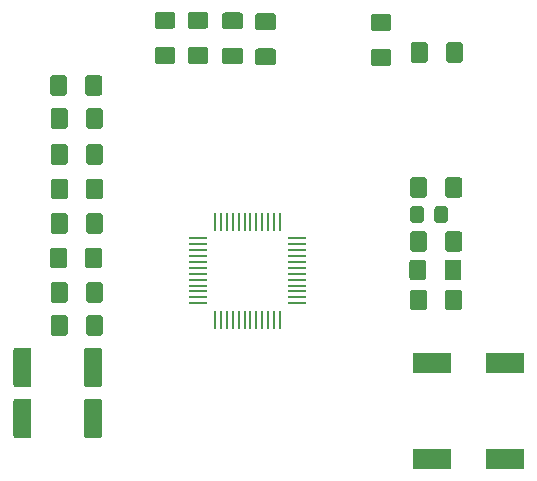
<source format=gbr>
G04 #@! TF.GenerationSoftware,KiCad,Pcbnew,(5.1.4-0-10_14)*
G04 #@! TF.CreationDate,2020-01-18T12:34:28-08:00*
G04 #@! TF.ProjectId,Board,426f6172-642e-46b6-9963-61645f706362,v1.0*
G04 #@! TF.SameCoordinates,Original*
G04 #@! TF.FileFunction,Paste,Top*
G04 #@! TF.FilePolarity,Positive*
%FSLAX46Y46*%
G04 Gerber Fmt 4.6, Leading zero omitted, Abs format (unit mm)*
G04 Created by KiCad (PCBNEW (5.1.4-0-10_14)) date 2020-01-18 12:34:28*
%MOMM*%
%LPD*%
G04 APERTURE LIST*
%ADD10C,0.100000*%
%ADD11C,1.425000*%
%ADD12R,3.200000X1.800000*%
%ADD13C,1.150000*%
%ADD14C,1.525000*%
%ADD15R,1.490000X0.280000*%
%ADD16R,0.280000X1.490000*%
G04 APERTURE END LIST*
D10*
G36*
X69356504Y-52120704D02*
G01*
X69380773Y-52124304D01*
X69404571Y-52130265D01*
X69427671Y-52138530D01*
X69449849Y-52149020D01*
X69470893Y-52161633D01*
X69490598Y-52176247D01*
X69508777Y-52192723D01*
X69525253Y-52210902D01*
X69539867Y-52230607D01*
X69552480Y-52251651D01*
X69562970Y-52273829D01*
X69571235Y-52296929D01*
X69577196Y-52320727D01*
X69580796Y-52344996D01*
X69582000Y-52369500D01*
X69582000Y-53294500D01*
X69580796Y-53319004D01*
X69577196Y-53343273D01*
X69571235Y-53367071D01*
X69562970Y-53390171D01*
X69552480Y-53412349D01*
X69539867Y-53433393D01*
X69525253Y-53453098D01*
X69508777Y-53471277D01*
X69490598Y-53487753D01*
X69470893Y-53502367D01*
X69449849Y-53514980D01*
X69427671Y-53525470D01*
X69404571Y-53533735D01*
X69380773Y-53539696D01*
X69356504Y-53543296D01*
X69332000Y-53544500D01*
X68082000Y-53544500D01*
X68057496Y-53543296D01*
X68033227Y-53539696D01*
X68009429Y-53533735D01*
X67986329Y-53525470D01*
X67964151Y-53514980D01*
X67943107Y-53502367D01*
X67923402Y-53487753D01*
X67905223Y-53471277D01*
X67888747Y-53453098D01*
X67874133Y-53433393D01*
X67861520Y-53412349D01*
X67851030Y-53390171D01*
X67842765Y-53367071D01*
X67836804Y-53343273D01*
X67833204Y-53319004D01*
X67832000Y-53294500D01*
X67832000Y-52369500D01*
X67833204Y-52344996D01*
X67836804Y-52320727D01*
X67842765Y-52296929D01*
X67851030Y-52273829D01*
X67861520Y-52251651D01*
X67874133Y-52230607D01*
X67888747Y-52210902D01*
X67905223Y-52192723D01*
X67923402Y-52176247D01*
X67943107Y-52161633D01*
X67964151Y-52149020D01*
X67986329Y-52138530D01*
X68009429Y-52130265D01*
X68033227Y-52124304D01*
X68057496Y-52120704D01*
X68082000Y-52119500D01*
X69332000Y-52119500D01*
X69356504Y-52120704D01*
X69356504Y-52120704D01*
G37*
D11*
X68707000Y-52832000D03*
D10*
G36*
X69356504Y-49145704D02*
G01*
X69380773Y-49149304D01*
X69404571Y-49155265D01*
X69427671Y-49163530D01*
X69449849Y-49174020D01*
X69470893Y-49186633D01*
X69490598Y-49201247D01*
X69508777Y-49217723D01*
X69525253Y-49235902D01*
X69539867Y-49255607D01*
X69552480Y-49276651D01*
X69562970Y-49298829D01*
X69571235Y-49321929D01*
X69577196Y-49345727D01*
X69580796Y-49369996D01*
X69582000Y-49394500D01*
X69582000Y-50319500D01*
X69580796Y-50344004D01*
X69577196Y-50368273D01*
X69571235Y-50392071D01*
X69562970Y-50415171D01*
X69552480Y-50437349D01*
X69539867Y-50458393D01*
X69525253Y-50478098D01*
X69508777Y-50496277D01*
X69490598Y-50512753D01*
X69470893Y-50527367D01*
X69449849Y-50539980D01*
X69427671Y-50550470D01*
X69404571Y-50558735D01*
X69380773Y-50564696D01*
X69356504Y-50568296D01*
X69332000Y-50569500D01*
X68082000Y-50569500D01*
X68057496Y-50568296D01*
X68033227Y-50564696D01*
X68009429Y-50558735D01*
X67986329Y-50550470D01*
X67964151Y-50539980D01*
X67943107Y-50527367D01*
X67923402Y-50512753D01*
X67905223Y-50496277D01*
X67888747Y-50478098D01*
X67874133Y-50458393D01*
X67861520Y-50437349D01*
X67851030Y-50415171D01*
X67842765Y-50392071D01*
X67836804Y-50368273D01*
X67833204Y-50344004D01*
X67832000Y-50319500D01*
X67832000Y-49394500D01*
X67833204Y-49369996D01*
X67836804Y-49345727D01*
X67842765Y-49321929D01*
X67851030Y-49298829D01*
X67861520Y-49276651D01*
X67874133Y-49255607D01*
X67888747Y-49235902D01*
X67905223Y-49217723D01*
X67923402Y-49201247D01*
X67943107Y-49186633D01*
X67964151Y-49174020D01*
X67986329Y-49163530D01*
X68009429Y-49155265D01*
X68033227Y-49149304D01*
X68057496Y-49145704D01*
X68082000Y-49144500D01*
X69332000Y-49144500D01*
X69356504Y-49145704D01*
X69356504Y-49145704D01*
G37*
D11*
X68707000Y-49857000D03*
D12*
X89004000Y-86868000D03*
X82804000Y-86868000D03*
X82804000Y-78740000D03*
X89004000Y-78740000D03*
D10*
G36*
X82148004Y-72532204D02*
G01*
X82172273Y-72535804D01*
X82196071Y-72541765D01*
X82219171Y-72550030D01*
X82241349Y-72560520D01*
X82262393Y-72573133D01*
X82282098Y-72587747D01*
X82300277Y-72604223D01*
X82316753Y-72622402D01*
X82331367Y-72642107D01*
X82343980Y-72663151D01*
X82354470Y-72685329D01*
X82362735Y-72708429D01*
X82368696Y-72732227D01*
X82372296Y-72756496D01*
X82373500Y-72781000D01*
X82373500Y-74031000D01*
X82372296Y-74055504D01*
X82368696Y-74079773D01*
X82362735Y-74103571D01*
X82354470Y-74126671D01*
X82343980Y-74148849D01*
X82331367Y-74169893D01*
X82316753Y-74189598D01*
X82300277Y-74207777D01*
X82282098Y-74224253D01*
X82262393Y-74238867D01*
X82241349Y-74251480D01*
X82219171Y-74261970D01*
X82196071Y-74270235D01*
X82172273Y-74276196D01*
X82148004Y-74279796D01*
X82123500Y-74281000D01*
X81198500Y-74281000D01*
X81173996Y-74279796D01*
X81149727Y-74276196D01*
X81125929Y-74270235D01*
X81102829Y-74261970D01*
X81080651Y-74251480D01*
X81059607Y-74238867D01*
X81039902Y-74224253D01*
X81021723Y-74207777D01*
X81005247Y-74189598D01*
X80990633Y-74169893D01*
X80978020Y-74148849D01*
X80967530Y-74126671D01*
X80959265Y-74103571D01*
X80953304Y-74079773D01*
X80949704Y-74055504D01*
X80948500Y-74031000D01*
X80948500Y-72781000D01*
X80949704Y-72756496D01*
X80953304Y-72732227D01*
X80959265Y-72708429D01*
X80967530Y-72685329D01*
X80978020Y-72663151D01*
X80990633Y-72642107D01*
X81005247Y-72622402D01*
X81021723Y-72604223D01*
X81039902Y-72587747D01*
X81059607Y-72573133D01*
X81080651Y-72560520D01*
X81102829Y-72550030D01*
X81125929Y-72541765D01*
X81149727Y-72535804D01*
X81173996Y-72532204D01*
X81198500Y-72531000D01*
X82123500Y-72531000D01*
X82148004Y-72532204D01*
X82148004Y-72532204D01*
G37*
D11*
X81661000Y-73406000D03*
D10*
G36*
X85123004Y-72532204D02*
G01*
X85147273Y-72535804D01*
X85171071Y-72541765D01*
X85194171Y-72550030D01*
X85216349Y-72560520D01*
X85237393Y-72573133D01*
X85257098Y-72587747D01*
X85275277Y-72604223D01*
X85291753Y-72622402D01*
X85306367Y-72642107D01*
X85318980Y-72663151D01*
X85329470Y-72685329D01*
X85337735Y-72708429D01*
X85343696Y-72732227D01*
X85347296Y-72756496D01*
X85348500Y-72781000D01*
X85348500Y-74031000D01*
X85347296Y-74055504D01*
X85343696Y-74079773D01*
X85337735Y-74103571D01*
X85329470Y-74126671D01*
X85318980Y-74148849D01*
X85306367Y-74169893D01*
X85291753Y-74189598D01*
X85275277Y-74207777D01*
X85257098Y-74224253D01*
X85237393Y-74238867D01*
X85216349Y-74251480D01*
X85194171Y-74261970D01*
X85171071Y-74270235D01*
X85147273Y-74276196D01*
X85123004Y-74279796D01*
X85098500Y-74281000D01*
X84173500Y-74281000D01*
X84148996Y-74279796D01*
X84124727Y-74276196D01*
X84100929Y-74270235D01*
X84077829Y-74261970D01*
X84055651Y-74251480D01*
X84034607Y-74238867D01*
X84014902Y-74224253D01*
X83996723Y-74207777D01*
X83980247Y-74189598D01*
X83965633Y-74169893D01*
X83953020Y-74148849D01*
X83942530Y-74126671D01*
X83934265Y-74103571D01*
X83928304Y-74079773D01*
X83924704Y-74055504D01*
X83923500Y-74031000D01*
X83923500Y-72781000D01*
X83924704Y-72756496D01*
X83928304Y-72732227D01*
X83934265Y-72708429D01*
X83942530Y-72685329D01*
X83953020Y-72663151D01*
X83965633Y-72642107D01*
X83980247Y-72622402D01*
X83996723Y-72604223D01*
X84014902Y-72587747D01*
X84034607Y-72573133D01*
X84055651Y-72560520D01*
X84077829Y-72550030D01*
X84100929Y-72541765D01*
X84124727Y-72535804D01*
X84148996Y-72532204D01*
X84173500Y-72531000D01*
X85098500Y-72531000D01*
X85123004Y-72532204D01*
X85123004Y-72532204D01*
G37*
D11*
X84636000Y-73406000D03*
D10*
G36*
X85069004Y-69992204D02*
G01*
X85093273Y-69995804D01*
X85117071Y-70001765D01*
X85140171Y-70010030D01*
X85162349Y-70020520D01*
X85183393Y-70033133D01*
X85203098Y-70047747D01*
X85221277Y-70064223D01*
X85237753Y-70082402D01*
X85252367Y-70102107D01*
X85264980Y-70123151D01*
X85275470Y-70145329D01*
X85283735Y-70168429D01*
X85289696Y-70192227D01*
X85293296Y-70216496D01*
X85294500Y-70241000D01*
X85294500Y-71491000D01*
X85293296Y-71515504D01*
X85289696Y-71539773D01*
X85283735Y-71563571D01*
X85275470Y-71586671D01*
X85264980Y-71608849D01*
X85252367Y-71629893D01*
X85237753Y-71649598D01*
X85221277Y-71667777D01*
X85203098Y-71684253D01*
X85183393Y-71698867D01*
X85162349Y-71711480D01*
X85140171Y-71721970D01*
X85117071Y-71730235D01*
X85093273Y-71736196D01*
X85069004Y-71739796D01*
X85044500Y-71741000D01*
X84119500Y-71741000D01*
X84094996Y-71739796D01*
X84070727Y-71736196D01*
X84046929Y-71730235D01*
X84023829Y-71721970D01*
X84001651Y-71711480D01*
X83980607Y-71698867D01*
X83960902Y-71684253D01*
X83942723Y-71667777D01*
X83926247Y-71649598D01*
X83911633Y-71629893D01*
X83899020Y-71608849D01*
X83888530Y-71586671D01*
X83880265Y-71563571D01*
X83874304Y-71539773D01*
X83870704Y-71515504D01*
X83869500Y-71491000D01*
X83869500Y-70241000D01*
X83870704Y-70216496D01*
X83874304Y-70192227D01*
X83880265Y-70168429D01*
X83888530Y-70145329D01*
X83899020Y-70123151D01*
X83911633Y-70102107D01*
X83926247Y-70082402D01*
X83942723Y-70064223D01*
X83960902Y-70047747D01*
X83980607Y-70033133D01*
X84001651Y-70020520D01*
X84023829Y-70010030D01*
X84046929Y-70001765D01*
X84070727Y-69995804D01*
X84094996Y-69992204D01*
X84119500Y-69991000D01*
X85044500Y-69991000D01*
X85069004Y-69992204D01*
X85069004Y-69992204D01*
G37*
D11*
X84582000Y-70866000D03*
D10*
G36*
X82094004Y-69992204D02*
G01*
X82118273Y-69995804D01*
X82142071Y-70001765D01*
X82165171Y-70010030D01*
X82187349Y-70020520D01*
X82208393Y-70033133D01*
X82228098Y-70047747D01*
X82246277Y-70064223D01*
X82262753Y-70082402D01*
X82277367Y-70102107D01*
X82289980Y-70123151D01*
X82300470Y-70145329D01*
X82308735Y-70168429D01*
X82314696Y-70192227D01*
X82318296Y-70216496D01*
X82319500Y-70241000D01*
X82319500Y-71491000D01*
X82318296Y-71515504D01*
X82314696Y-71539773D01*
X82308735Y-71563571D01*
X82300470Y-71586671D01*
X82289980Y-71608849D01*
X82277367Y-71629893D01*
X82262753Y-71649598D01*
X82246277Y-71667777D01*
X82228098Y-71684253D01*
X82208393Y-71698867D01*
X82187349Y-71711480D01*
X82165171Y-71721970D01*
X82142071Y-71730235D01*
X82118273Y-71736196D01*
X82094004Y-71739796D01*
X82069500Y-71741000D01*
X81144500Y-71741000D01*
X81119996Y-71739796D01*
X81095727Y-71736196D01*
X81071929Y-71730235D01*
X81048829Y-71721970D01*
X81026651Y-71711480D01*
X81005607Y-71698867D01*
X80985902Y-71684253D01*
X80967723Y-71667777D01*
X80951247Y-71649598D01*
X80936633Y-71629893D01*
X80924020Y-71608849D01*
X80913530Y-71586671D01*
X80905265Y-71563571D01*
X80899304Y-71539773D01*
X80895704Y-71515504D01*
X80894500Y-71491000D01*
X80894500Y-70241000D01*
X80895704Y-70216496D01*
X80899304Y-70192227D01*
X80905265Y-70168429D01*
X80913530Y-70145329D01*
X80924020Y-70123151D01*
X80936633Y-70102107D01*
X80951247Y-70082402D01*
X80967723Y-70064223D01*
X80985902Y-70047747D01*
X81005607Y-70033133D01*
X81026651Y-70020520D01*
X81048829Y-70010030D01*
X81071929Y-70001765D01*
X81095727Y-69995804D01*
X81119996Y-69992204D01*
X81144500Y-69991000D01*
X82069500Y-69991000D01*
X82094004Y-69992204D01*
X82094004Y-69992204D01*
G37*
D11*
X81607000Y-70866000D03*
D10*
G36*
X82148004Y-67579204D02*
G01*
X82172273Y-67582804D01*
X82196071Y-67588765D01*
X82219171Y-67597030D01*
X82241349Y-67607520D01*
X82262393Y-67620133D01*
X82282098Y-67634747D01*
X82300277Y-67651223D01*
X82316753Y-67669402D01*
X82331367Y-67689107D01*
X82343980Y-67710151D01*
X82354470Y-67732329D01*
X82362735Y-67755429D01*
X82368696Y-67779227D01*
X82372296Y-67803496D01*
X82373500Y-67828000D01*
X82373500Y-69078000D01*
X82372296Y-69102504D01*
X82368696Y-69126773D01*
X82362735Y-69150571D01*
X82354470Y-69173671D01*
X82343980Y-69195849D01*
X82331367Y-69216893D01*
X82316753Y-69236598D01*
X82300277Y-69254777D01*
X82282098Y-69271253D01*
X82262393Y-69285867D01*
X82241349Y-69298480D01*
X82219171Y-69308970D01*
X82196071Y-69317235D01*
X82172273Y-69323196D01*
X82148004Y-69326796D01*
X82123500Y-69328000D01*
X81198500Y-69328000D01*
X81173996Y-69326796D01*
X81149727Y-69323196D01*
X81125929Y-69317235D01*
X81102829Y-69308970D01*
X81080651Y-69298480D01*
X81059607Y-69285867D01*
X81039902Y-69271253D01*
X81021723Y-69254777D01*
X81005247Y-69236598D01*
X80990633Y-69216893D01*
X80978020Y-69195849D01*
X80967530Y-69173671D01*
X80959265Y-69150571D01*
X80953304Y-69126773D01*
X80949704Y-69102504D01*
X80948500Y-69078000D01*
X80948500Y-67828000D01*
X80949704Y-67803496D01*
X80953304Y-67779227D01*
X80959265Y-67755429D01*
X80967530Y-67732329D01*
X80978020Y-67710151D01*
X80990633Y-67689107D01*
X81005247Y-67669402D01*
X81021723Y-67651223D01*
X81039902Y-67634747D01*
X81059607Y-67620133D01*
X81080651Y-67607520D01*
X81102829Y-67597030D01*
X81125929Y-67588765D01*
X81149727Y-67582804D01*
X81173996Y-67579204D01*
X81198500Y-67578000D01*
X82123500Y-67578000D01*
X82148004Y-67579204D01*
X82148004Y-67579204D01*
G37*
D11*
X81661000Y-68453000D03*
D10*
G36*
X85123004Y-67579204D02*
G01*
X85147273Y-67582804D01*
X85171071Y-67588765D01*
X85194171Y-67597030D01*
X85216349Y-67607520D01*
X85237393Y-67620133D01*
X85257098Y-67634747D01*
X85275277Y-67651223D01*
X85291753Y-67669402D01*
X85306367Y-67689107D01*
X85318980Y-67710151D01*
X85329470Y-67732329D01*
X85337735Y-67755429D01*
X85343696Y-67779227D01*
X85347296Y-67803496D01*
X85348500Y-67828000D01*
X85348500Y-69078000D01*
X85347296Y-69102504D01*
X85343696Y-69126773D01*
X85337735Y-69150571D01*
X85329470Y-69173671D01*
X85318980Y-69195849D01*
X85306367Y-69216893D01*
X85291753Y-69236598D01*
X85275277Y-69254777D01*
X85257098Y-69271253D01*
X85237393Y-69285867D01*
X85216349Y-69298480D01*
X85194171Y-69308970D01*
X85171071Y-69317235D01*
X85147273Y-69323196D01*
X85123004Y-69326796D01*
X85098500Y-69328000D01*
X84173500Y-69328000D01*
X84148996Y-69326796D01*
X84124727Y-69323196D01*
X84100929Y-69317235D01*
X84077829Y-69308970D01*
X84055651Y-69298480D01*
X84034607Y-69285867D01*
X84014902Y-69271253D01*
X83996723Y-69254777D01*
X83980247Y-69236598D01*
X83965633Y-69216893D01*
X83953020Y-69195849D01*
X83942530Y-69173671D01*
X83934265Y-69150571D01*
X83928304Y-69126773D01*
X83924704Y-69102504D01*
X83923500Y-69078000D01*
X83923500Y-67828000D01*
X83924704Y-67803496D01*
X83928304Y-67779227D01*
X83934265Y-67755429D01*
X83942530Y-67732329D01*
X83953020Y-67710151D01*
X83965633Y-67689107D01*
X83980247Y-67669402D01*
X83996723Y-67651223D01*
X84014902Y-67634747D01*
X84034607Y-67620133D01*
X84055651Y-67607520D01*
X84077829Y-67597030D01*
X84100929Y-67588765D01*
X84124727Y-67582804D01*
X84148996Y-67579204D01*
X84173500Y-67578000D01*
X85098500Y-67578000D01*
X85123004Y-67579204D01*
X85123004Y-67579204D01*
G37*
D11*
X84636000Y-68453000D03*
D10*
G36*
X83933505Y-65468204D02*
G01*
X83957773Y-65471804D01*
X83981572Y-65477765D01*
X84004671Y-65486030D01*
X84026850Y-65496520D01*
X84047893Y-65509132D01*
X84067599Y-65523747D01*
X84085777Y-65540223D01*
X84102253Y-65558401D01*
X84116868Y-65578107D01*
X84129480Y-65599150D01*
X84139970Y-65621329D01*
X84148235Y-65644428D01*
X84154196Y-65668227D01*
X84157796Y-65692495D01*
X84159000Y-65716999D01*
X84159000Y-66617001D01*
X84157796Y-66641505D01*
X84154196Y-66665773D01*
X84148235Y-66689572D01*
X84139970Y-66712671D01*
X84129480Y-66734850D01*
X84116868Y-66755893D01*
X84102253Y-66775599D01*
X84085777Y-66793777D01*
X84067599Y-66810253D01*
X84047893Y-66824868D01*
X84026850Y-66837480D01*
X84004671Y-66847970D01*
X83981572Y-66856235D01*
X83957773Y-66862196D01*
X83933505Y-66865796D01*
X83909001Y-66867000D01*
X83258999Y-66867000D01*
X83234495Y-66865796D01*
X83210227Y-66862196D01*
X83186428Y-66856235D01*
X83163329Y-66847970D01*
X83141150Y-66837480D01*
X83120107Y-66824868D01*
X83100401Y-66810253D01*
X83082223Y-66793777D01*
X83065747Y-66775599D01*
X83051132Y-66755893D01*
X83038520Y-66734850D01*
X83028030Y-66712671D01*
X83019765Y-66689572D01*
X83013804Y-66665773D01*
X83010204Y-66641505D01*
X83009000Y-66617001D01*
X83009000Y-65716999D01*
X83010204Y-65692495D01*
X83013804Y-65668227D01*
X83019765Y-65644428D01*
X83028030Y-65621329D01*
X83038520Y-65599150D01*
X83051132Y-65578107D01*
X83065747Y-65558401D01*
X83082223Y-65540223D01*
X83100401Y-65523747D01*
X83120107Y-65509132D01*
X83141150Y-65496520D01*
X83163329Y-65486030D01*
X83186428Y-65477765D01*
X83210227Y-65471804D01*
X83234495Y-65468204D01*
X83258999Y-65467000D01*
X83909001Y-65467000D01*
X83933505Y-65468204D01*
X83933505Y-65468204D01*
G37*
D13*
X83584000Y-66167000D03*
D10*
G36*
X81883505Y-65468204D02*
G01*
X81907773Y-65471804D01*
X81931572Y-65477765D01*
X81954671Y-65486030D01*
X81976850Y-65496520D01*
X81997893Y-65509132D01*
X82017599Y-65523747D01*
X82035777Y-65540223D01*
X82052253Y-65558401D01*
X82066868Y-65578107D01*
X82079480Y-65599150D01*
X82089970Y-65621329D01*
X82098235Y-65644428D01*
X82104196Y-65668227D01*
X82107796Y-65692495D01*
X82109000Y-65716999D01*
X82109000Y-66617001D01*
X82107796Y-66641505D01*
X82104196Y-66665773D01*
X82098235Y-66689572D01*
X82089970Y-66712671D01*
X82079480Y-66734850D01*
X82066868Y-66755893D01*
X82052253Y-66775599D01*
X82035777Y-66793777D01*
X82017599Y-66810253D01*
X81997893Y-66824868D01*
X81976850Y-66837480D01*
X81954671Y-66847970D01*
X81931572Y-66856235D01*
X81907773Y-66862196D01*
X81883505Y-66865796D01*
X81859001Y-66867000D01*
X81208999Y-66867000D01*
X81184495Y-66865796D01*
X81160227Y-66862196D01*
X81136428Y-66856235D01*
X81113329Y-66847970D01*
X81091150Y-66837480D01*
X81070107Y-66824868D01*
X81050401Y-66810253D01*
X81032223Y-66793777D01*
X81015747Y-66775599D01*
X81001132Y-66755893D01*
X80988520Y-66734850D01*
X80978030Y-66712671D01*
X80969765Y-66689572D01*
X80963804Y-66665773D01*
X80960204Y-66641505D01*
X80959000Y-66617001D01*
X80959000Y-65716999D01*
X80960204Y-65692495D01*
X80963804Y-65668227D01*
X80969765Y-65644428D01*
X80978030Y-65621329D01*
X80988520Y-65599150D01*
X81001132Y-65578107D01*
X81015747Y-65558401D01*
X81032223Y-65540223D01*
X81050401Y-65523747D01*
X81070107Y-65509132D01*
X81091150Y-65496520D01*
X81113329Y-65486030D01*
X81136428Y-65477765D01*
X81160227Y-65471804D01*
X81184495Y-65468204D01*
X81208999Y-65467000D01*
X81859001Y-65467000D01*
X81883505Y-65468204D01*
X81883505Y-65468204D01*
G37*
D13*
X81534000Y-66167000D03*
D10*
G36*
X85123004Y-63007204D02*
G01*
X85147273Y-63010804D01*
X85171071Y-63016765D01*
X85194171Y-63025030D01*
X85216349Y-63035520D01*
X85237393Y-63048133D01*
X85257098Y-63062747D01*
X85275277Y-63079223D01*
X85291753Y-63097402D01*
X85306367Y-63117107D01*
X85318980Y-63138151D01*
X85329470Y-63160329D01*
X85337735Y-63183429D01*
X85343696Y-63207227D01*
X85347296Y-63231496D01*
X85348500Y-63256000D01*
X85348500Y-64506000D01*
X85347296Y-64530504D01*
X85343696Y-64554773D01*
X85337735Y-64578571D01*
X85329470Y-64601671D01*
X85318980Y-64623849D01*
X85306367Y-64644893D01*
X85291753Y-64664598D01*
X85275277Y-64682777D01*
X85257098Y-64699253D01*
X85237393Y-64713867D01*
X85216349Y-64726480D01*
X85194171Y-64736970D01*
X85171071Y-64745235D01*
X85147273Y-64751196D01*
X85123004Y-64754796D01*
X85098500Y-64756000D01*
X84173500Y-64756000D01*
X84148996Y-64754796D01*
X84124727Y-64751196D01*
X84100929Y-64745235D01*
X84077829Y-64736970D01*
X84055651Y-64726480D01*
X84034607Y-64713867D01*
X84014902Y-64699253D01*
X83996723Y-64682777D01*
X83980247Y-64664598D01*
X83965633Y-64644893D01*
X83953020Y-64623849D01*
X83942530Y-64601671D01*
X83934265Y-64578571D01*
X83928304Y-64554773D01*
X83924704Y-64530504D01*
X83923500Y-64506000D01*
X83923500Y-63256000D01*
X83924704Y-63231496D01*
X83928304Y-63207227D01*
X83934265Y-63183429D01*
X83942530Y-63160329D01*
X83953020Y-63138151D01*
X83965633Y-63117107D01*
X83980247Y-63097402D01*
X83996723Y-63079223D01*
X84014902Y-63062747D01*
X84034607Y-63048133D01*
X84055651Y-63035520D01*
X84077829Y-63025030D01*
X84100929Y-63016765D01*
X84124727Y-63010804D01*
X84148996Y-63007204D01*
X84173500Y-63006000D01*
X85098500Y-63006000D01*
X85123004Y-63007204D01*
X85123004Y-63007204D01*
G37*
D11*
X84636000Y-63881000D03*
D10*
G36*
X82148004Y-63007204D02*
G01*
X82172273Y-63010804D01*
X82196071Y-63016765D01*
X82219171Y-63025030D01*
X82241349Y-63035520D01*
X82262393Y-63048133D01*
X82282098Y-63062747D01*
X82300277Y-63079223D01*
X82316753Y-63097402D01*
X82331367Y-63117107D01*
X82343980Y-63138151D01*
X82354470Y-63160329D01*
X82362735Y-63183429D01*
X82368696Y-63207227D01*
X82372296Y-63231496D01*
X82373500Y-63256000D01*
X82373500Y-64506000D01*
X82372296Y-64530504D01*
X82368696Y-64554773D01*
X82362735Y-64578571D01*
X82354470Y-64601671D01*
X82343980Y-64623849D01*
X82331367Y-64644893D01*
X82316753Y-64664598D01*
X82300277Y-64682777D01*
X82282098Y-64699253D01*
X82262393Y-64713867D01*
X82241349Y-64726480D01*
X82219171Y-64736970D01*
X82196071Y-64745235D01*
X82172273Y-64751196D01*
X82148004Y-64754796D01*
X82123500Y-64756000D01*
X81198500Y-64756000D01*
X81173996Y-64754796D01*
X81149727Y-64751196D01*
X81125929Y-64745235D01*
X81102829Y-64736970D01*
X81080651Y-64726480D01*
X81059607Y-64713867D01*
X81039902Y-64699253D01*
X81021723Y-64682777D01*
X81005247Y-64664598D01*
X80990633Y-64644893D01*
X80978020Y-64623849D01*
X80967530Y-64601671D01*
X80959265Y-64578571D01*
X80953304Y-64554773D01*
X80949704Y-64530504D01*
X80948500Y-64506000D01*
X80948500Y-63256000D01*
X80949704Y-63231496D01*
X80953304Y-63207227D01*
X80959265Y-63183429D01*
X80967530Y-63160329D01*
X80978020Y-63138151D01*
X80990633Y-63117107D01*
X81005247Y-63097402D01*
X81021723Y-63079223D01*
X81039902Y-63062747D01*
X81059607Y-63048133D01*
X81080651Y-63035520D01*
X81102829Y-63025030D01*
X81125929Y-63016765D01*
X81149727Y-63010804D01*
X81173996Y-63007204D01*
X81198500Y-63006000D01*
X82123500Y-63006000D01*
X82148004Y-63007204D01*
X82148004Y-63007204D01*
G37*
D11*
X81661000Y-63881000D03*
D10*
G36*
X85196004Y-51577204D02*
G01*
X85220273Y-51580804D01*
X85244071Y-51586765D01*
X85267171Y-51595030D01*
X85289349Y-51605520D01*
X85310393Y-51618133D01*
X85330098Y-51632747D01*
X85348277Y-51649223D01*
X85364753Y-51667402D01*
X85379367Y-51687107D01*
X85391980Y-51708151D01*
X85402470Y-51730329D01*
X85410735Y-51753429D01*
X85416696Y-51777227D01*
X85420296Y-51801496D01*
X85421500Y-51826000D01*
X85421500Y-53076000D01*
X85420296Y-53100504D01*
X85416696Y-53124773D01*
X85410735Y-53148571D01*
X85402470Y-53171671D01*
X85391980Y-53193849D01*
X85379367Y-53214893D01*
X85364753Y-53234598D01*
X85348277Y-53252777D01*
X85330098Y-53269253D01*
X85310393Y-53283867D01*
X85289349Y-53296480D01*
X85267171Y-53306970D01*
X85244071Y-53315235D01*
X85220273Y-53321196D01*
X85196004Y-53324796D01*
X85171500Y-53326000D01*
X84246500Y-53326000D01*
X84221996Y-53324796D01*
X84197727Y-53321196D01*
X84173929Y-53315235D01*
X84150829Y-53306970D01*
X84128651Y-53296480D01*
X84107607Y-53283867D01*
X84087902Y-53269253D01*
X84069723Y-53252777D01*
X84053247Y-53234598D01*
X84038633Y-53214893D01*
X84026020Y-53193849D01*
X84015530Y-53171671D01*
X84007265Y-53148571D01*
X84001304Y-53124773D01*
X83997704Y-53100504D01*
X83996500Y-53076000D01*
X83996500Y-51826000D01*
X83997704Y-51801496D01*
X84001304Y-51777227D01*
X84007265Y-51753429D01*
X84015530Y-51730329D01*
X84026020Y-51708151D01*
X84038633Y-51687107D01*
X84053247Y-51667402D01*
X84069723Y-51649223D01*
X84087902Y-51632747D01*
X84107607Y-51618133D01*
X84128651Y-51605520D01*
X84150829Y-51595030D01*
X84173929Y-51586765D01*
X84197727Y-51580804D01*
X84221996Y-51577204D01*
X84246500Y-51576000D01*
X85171500Y-51576000D01*
X85196004Y-51577204D01*
X85196004Y-51577204D01*
G37*
D11*
X84709000Y-52451000D03*
D10*
G36*
X82221004Y-51577204D02*
G01*
X82245273Y-51580804D01*
X82269071Y-51586765D01*
X82292171Y-51595030D01*
X82314349Y-51605520D01*
X82335393Y-51618133D01*
X82355098Y-51632747D01*
X82373277Y-51649223D01*
X82389753Y-51667402D01*
X82404367Y-51687107D01*
X82416980Y-51708151D01*
X82427470Y-51730329D01*
X82435735Y-51753429D01*
X82441696Y-51777227D01*
X82445296Y-51801496D01*
X82446500Y-51826000D01*
X82446500Y-53076000D01*
X82445296Y-53100504D01*
X82441696Y-53124773D01*
X82435735Y-53148571D01*
X82427470Y-53171671D01*
X82416980Y-53193849D01*
X82404367Y-53214893D01*
X82389753Y-53234598D01*
X82373277Y-53252777D01*
X82355098Y-53269253D01*
X82335393Y-53283867D01*
X82314349Y-53296480D01*
X82292171Y-53306970D01*
X82269071Y-53315235D01*
X82245273Y-53321196D01*
X82221004Y-53324796D01*
X82196500Y-53326000D01*
X81271500Y-53326000D01*
X81246996Y-53324796D01*
X81222727Y-53321196D01*
X81198929Y-53315235D01*
X81175829Y-53306970D01*
X81153651Y-53296480D01*
X81132607Y-53283867D01*
X81112902Y-53269253D01*
X81094723Y-53252777D01*
X81078247Y-53234598D01*
X81063633Y-53214893D01*
X81051020Y-53193849D01*
X81040530Y-53171671D01*
X81032265Y-53148571D01*
X81026304Y-53124773D01*
X81022704Y-53100504D01*
X81021500Y-53076000D01*
X81021500Y-51826000D01*
X81022704Y-51801496D01*
X81026304Y-51777227D01*
X81032265Y-51753429D01*
X81040530Y-51730329D01*
X81051020Y-51708151D01*
X81063633Y-51687107D01*
X81078247Y-51667402D01*
X81094723Y-51649223D01*
X81112902Y-51632747D01*
X81132607Y-51618133D01*
X81153651Y-51605520D01*
X81175829Y-51595030D01*
X81198929Y-51586765D01*
X81222727Y-51580804D01*
X81246996Y-51577204D01*
X81271500Y-51576000D01*
X82196500Y-51576000D01*
X82221004Y-51577204D01*
X82221004Y-51577204D01*
G37*
D11*
X81734000Y-52451000D03*
D10*
G36*
X79135504Y-52174704D02*
G01*
X79159773Y-52178304D01*
X79183571Y-52184265D01*
X79206671Y-52192530D01*
X79228849Y-52203020D01*
X79249893Y-52215633D01*
X79269598Y-52230247D01*
X79287777Y-52246723D01*
X79304253Y-52264902D01*
X79318867Y-52284607D01*
X79331480Y-52305651D01*
X79341970Y-52327829D01*
X79350235Y-52350929D01*
X79356196Y-52374727D01*
X79359796Y-52398996D01*
X79361000Y-52423500D01*
X79361000Y-53348500D01*
X79359796Y-53373004D01*
X79356196Y-53397273D01*
X79350235Y-53421071D01*
X79341970Y-53444171D01*
X79331480Y-53466349D01*
X79318867Y-53487393D01*
X79304253Y-53507098D01*
X79287777Y-53525277D01*
X79269598Y-53541753D01*
X79249893Y-53556367D01*
X79228849Y-53568980D01*
X79206671Y-53579470D01*
X79183571Y-53587735D01*
X79159773Y-53593696D01*
X79135504Y-53597296D01*
X79111000Y-53598500D01*
X77861000Y-53598500D01*
X77836496Y-53597296D01*
X77812227Y-53593696D01*
X77788429Y-53587735D01*
X77765329Y-53579470D01*
X77743151Y-53568980D01*
X77722107Y-53556367D01*
X77702402Y-53541753D01*
X77684223Y-53525277D01*
X77667747Y-53507098D01*
X77653133Y-53487393D01*
X77640520Y-53466349D01*
X77630030Y-53444171D01*
X77621765Y-53421071D01*
X77615804Y-53397273D01*
X77612204Y-53373004D01*
X77611000Y-53348500D01*
X77611000Y-52423500D01*
X77612204Y-52398996D01*
X77615804Y-52374727D01*
X77621765Y-52350929D01*
X77630030Y-52327829D01*
X77640520Y-52305651D01*
X77653133Y-52284607D01*
X77667747Y-52264902D01*
X77684223Y-52246723D01*
X77702402Y-52230247D01*
X77722107Y-52215633D01*
X77743151Y-52203020D01*
X77765329Y-52192530D01*
X77788429Y-52184265D01*
X77812227Y-52178304D01*
X77836496Y-52174704D01*
X77861000Y-52173500D01*
X79111000Y-52173500D01*
X79135504Y-52174704D01*
X79135504Y-52174704D01*
G37*
D11*
X78486000Y-52886000D03*
D10*
G36*
X79135504Y-49199704D02*
G01*
X79159773Y-49203304D01*
X79183571Y-49209265D01*
X79206671Y-49217530D01*
X79228849Y-49228020D01*
X79249893Y-49240633D01*
X79269598Y-49255247D01*
X79287777Y-49271723D01*
X79304253Y-49289902D01*
X79318867Y-49309607D01*
X79331480Y-49330651D01*
X79341970Y-49352829D01*
X79350235Y-49375929D01*
X79356196Y-49399727D01*
X79359796Y-49423996D01*
X79361000Y-49448500D01*
X79361000Y-50373500D01*
X79359796Y-50398004D01*
X79356196Y-50422273D01*
X79350235Y-50446071D01*
X79341970Y-50469171D01*
X79331480Y-50491349D01*
X79318867Y-50512393D01*
X79304253Y-50532098D01*
X79287777Y-50550277D01*
X79269598Y-50566753D01*
X79249893Y-50581367D01*
X79228849Y-50593980D01*
X79206671Y-50604470D01*
X79183571Y-50612735D01*
X79159773Y-50618696D01*
X79135504Y-50622296D01*
X79111000Y-50623500D01*
X77861000Y-50623500D01*
X77836496Y-50622296D01*
X77812227Y-50618696D01*
X77788429Y-50612735D01*
X77765329Y-50604470D01*
X77743151Y-50593980D01*
X77722107Y-50581367D01*
X77702402Y-50566753D01*
X77684223Y-50550277D01*
X77667747Y-50532098D01*
X77653133Y-50512393D01*
X77640520Y-50491349D01*
X77630030Y-50469171D01*
X77621765Y-50446071D01*
X77615804Y-50422273D01*
X77612204Y-50398004D01*
X77611000Y-50373500D01*
X77611000Y-49448500D01*
X77612204Y-49423996D01*
X77615804Y-49399727D01*
X77621765Y-49375929D01*
X77630030Y-49352829D01*
X77640520Y-49330651D01*
X77653133Y-49309607D01*
X77667747Y-49289902D01*
X77684223Y-49271723D01*
X77702402Y-49255247D01*
X77722107Y-49240633D01*
X77743151Y-49228020D01*
X77765329Y-49217530D01*
X77788429Y-49209265D01*
X77812227Y-49203304D01*
X77836496Y-49199704D01*
X77861000Y-49198500D01*
X79111000Y-49198500D01*
X79135504Y-49199704D01*
X79135504Y-49199704D01*
G37*
D11*
X78486000Y-49911000D03*
D10*
G36*
X54639005Y-81765204D02*
G01*
X54663273Y-81768804D01*
X54687072Y-81774765D01*
X54710171Y-81783030D01*
X54732350Y-81793520D01*
X54753393Y-81806132D01*
X54773099Y-81820747D01*
X54791277Y-81837223D01*
X54807753Y-81855401D01*
X54822368Y-81875107D01*
X54834980Y-81896150D01*
X54845470Y-81918329D01*
X54853735Y-81941428D01*
X54859696Y-81965227D01*
X54863296Y-81989495D01*
X54864500Y-82013999D01*
X54864500Y-84864001D01*
X54863296Y-84888505D01*
X54859696Y-84912773D01*
X54853735Y-84936572D01*
X54845470Y-84959671D01*
X54834980Y-84981850D01*
X54822368Y-85002893D01*
X54807753Y-85022599D01*
X54791277Y-85040777D01*
X54773099Y-85057253D01*
X54753393Y-85071868D01*
X54732350Y-85084480D01*
X54710171Y-85094970D01*
X54687072Y-85103235D01*
X54663273Y-85109196D01*
X54639005Y-85112796D01*
X54614501Y-85114000D01*
X53589499Y-85114000D01*
X53564995Y-85112796D01*
X53540727Y-85109196D01*
X53516928Y-85103235D01*
X53493829Y-85094970D01*
X53471650Y-85084480D01*
X53450607Y-85071868D01*
X53430901Y-85057253D01*
X53412723Y-85040777D01*
X53396247Y-85022599D01*
X53381632Y-85002893D01*
X53369020Y-84981850D01*
X53358530Y-84959671D01*
X53350265Y-84936572D01*
X53344304Y-84912773D01*
X53340704Y-84888505D01*
X53339500Y-84864001D01*
X53339500Y-82013999D01*
X53340704Y-81989495D01*
X53344304Y-81965227D01*
X53350265Y-81941428D01*
X53358530Y-81918329D01*
X53369020Y-81896150D01*
X53381632Y-81875107D01*
X53396247Y-81855401D01*
X53412723Y-81837223D01*
X53430901Y-81820747D01*
X53450607Y-81806132D01*
X53471650Y-81793520D01*
X53493829Y-81783030D01*
X53516928Y-81774765D01*
X53540727Y-81768804D01*
X53564995Y-81765204D01*
X53589499Y-81764000D01*
X54614501Y-81764000D01*
X54639005Y-81765204D01*
X54639005Y-81765204D01*
G37*
D14*
X54102000Y-83439000D03*
D10*
G36*
X48664005Y-81765204D02*
G01*
X48688273Y-81768804D01*
X48712072Y-81774765D01*
X48735171Y-81783030D01*
X48757350Y-81793520D01*
X48778393Y-81806132D01*
X48798099Y-81820747D01*
X48816277Y-81837223D01*
X48832753Y-81855401D01*
X48847368Y-81875107D01*
X48859980Y-81896150D01*
X48870470Y-81918329D01*
X48878735Y-81941428D01*
X48884696Y-81965227D01*
X48888296Y-81989495D01*
X48889500Y-82013999D01*
X48889500Y-84864001D01*
X48888296Y-84888505D01*
X48884696Y-84912773D01*
X48878735Y-84936572D01*
X48870470Y-84959671D01*
X48859980Y-84981850D01*
X48847368Y-85002893D01*
X48832753Y-85022599D01*
X48816277Y-85040777D01*
X48798099Y-85057253D01*
X48778393Y-85071868D01*
X48757350Y-85084480D01*
X48735171Y-85094970D01*
X48712072Y-85103235D01*
X48688273Y-85109196D01*
X48664005Y-85112796D01*
X48639501Y-85114000D01*
X47614499Y-85114000D01*
X47589995Y-85112796D01*
X47565727Y-85109196D01*
X47541928Y-85103235D01*
X47518829Y-85094970D01*
X47496650Y-85084480D01*
X47475607Y-85071868D01*
X47455901Y-85057253D01*
X47437723Y-85040777D01*
X47421247Y-85022599D01*
X47406632Y-85002893D01*
X47394020Y-84981850D01*
X47383530Y-84959671D01*
X47375265Y-84936572D01*
X47369304Y-84912773D01*
X47365704Y-84888505D01*
X47364500Y-84864001D01*
X47364500Y-82013999D01*
X47365704Y-81989495D01*
X47369304Y-81965227D01*
X47375265Y-81941428D01*
X47383530Y-81918329D01*
X47394020Y-81896150D01*
X47406632Y-81875107D01*
X47421247Y-81855401D01*
X47437723Y-81837223D01*
X47455901Y-81820747D01*
X47475607Y-81806132D01*
X47496650Y-81793520D01*
X47518829Y-81783030D01*
X47541928Y-81774765D01*
X47565727Y-81768804D01*
X47589995Y-81765204D01*
X47614499Y-81764000D01*
X48639501Y-81764000D01*
X48664005Y-81765204D01*
X48664005Y-81765204D01*
G37*
D14*
X48127000Y-83439000D03*
D10*
G36*
X48664005Y-77447204D02*
G01*
X48688273Y-77450804D01*
X48712072Y-77456765D01*
X48735171Y-77465030D01*
X48757350Y-77475520D01*
X48778393Y-77488132D01*
X48798099Y-77502747D01*
X48816277Y-77519223D01*
X48832753Y-77537401D01*
X48847368Y-77557107D01*
X48859980Y-77578150D01*
X48870470Y-77600329D01*
X48878735Y-77623428D01*
X48884696Y-77647227D01*
X48888296Y-77671495D01*
X48889500Y-77695999D01*
X48889500Y-80546001D01*
X48888296Y-80570505D01*
X48884696Y-80594773D01*
X48878735Y-80618572D01*
X48870470Y-80641671D01*
X48859980Y-80663850D01*
X48847368Y-80684893D01*
X48832753Y-80704599D01*
X48816277Y-80722777D01*
X48798099Y-80739253D01*
X48778393Y-80753868D01*
X48757350Y-80766480D01*
X48735171Y-80776970D01*
X48712072Y-80785235D01*
X48688273Y-80791196D01*
X48664005Y-80794796D01*
X48639501Y-80796000D01*
X47614499Y-80796000D01*
X47589995Y-80794796D01*
X47565727Y-80791196D01*
X47541928Y-80785235D01*
X47518829Y-80776970D01*
X47496650Y-80766480D01*
X47475607Y-80753868D01*
X47455901Y-80739253D01*
X47437723Y-80722777D01*
X47421247Y-80704599D01*
X47406632Y-80684893D01*
X47394020Y-80663850D01*
X47383530Y-80641671D01*
X47375265Y-80618572D01*
X47369304Y-80594773D01*
X47365704Y-80570505D01*
X47364500Y-80546001D01*
X47364500Y-77695999D01*
X47365704Y-77671495D01*
X47369304Y-77647227D01*
X47375265Y-77623428D01*
X47383530Y-77600329D01*
X47394020Y-77578150D01*
X47406632Y-77557107D01*
X47421247Y-77537401D01*
X47437723Y-77519223D01*
X47455901Y-77502747D01*
X47475607Y-77488132D01*
X47496650Y-77475520D01*
X47518829Y-77465030D01*
X47541928Y-77456765D01*
X47565727Y-77450804D01*
X47589995Y-77447204D01*
X47614499Y-77446000D01*
X48639501Y-77446000D01*
X48664005Y-77447204D01*
X48664005Y-77447204D01*
G37*
D14*
X48127000Y-79121000D03*
D10*
G36*
X54639005Y-77447204D02*
G01*
X54663273Y-77450804D01*
X54687072Y-77456765D01*
X54710171Y-77465030D01*
X54732350Y-77475520D01*
X54753393Y-77488132D01*
X54773099Y-77502747D01*
X54791277Y-77519223D01*
X54807753Y-77537401D01*
X54822368Y-77557107D01*
X54834980Y-77578150D01*
X54845470Y-77600329D01*
X54853735Y-77623428D01*
X54859696Y-77647227D01*
X54863296Y-77671495D01*
X54864500Y-77695999D01*
X54864500Y-80546001D01*
X54863296Y-80570505D01*
X54859696Y-80594773D01*
X54853735Y-80618572D01*
X54845470Y-80641671D01*
X54834980Y-80663850D01*
X54822368Y-80684893D01*
X54807753Y-80704599D01*
X54791277Y-80722777D01*
X54773099Y-80739253D01*
X54753393Y-80753868D01*
X54732350Y-80766480D01*
X54710171Y-80776970D01*
X54687072Y-80785235D01*
X54663273Y-80791196D01*
X54639005Y-80794796D01*
X54614501Y-80796000D01*
X53589499Y-80796000D01*
X53564995Y-80794796D01*
X53540727Y-80791196D01*
X53516928Y-80785235D01*
X53493829Y-80776970D01*
X53471650Y-80766480D01*
X53450607Y-80753868D01*
X53430901Y-80739253D01*
X53412723Y-80722777D01*
X53396247Y-80704599D01*
X53381632Y-80684893D01*
X53369020Y-80663850D01*
X53358530Y-80641671D01*
X53350265Y-80618572D01*
X53344304Y-80594773D01*
X53340704Y-80570505D01*
X53339500Y-80546001D01*
X53339500Y-77695999D01*
X53340704Y-77671495D01*
X53344304Y-77647227D01*
X53350265Y-77623428D01*
X53358530Y-77600329D01*
X53369020Y-77578150D01*
X53381632Y-77557107D01*
X53396247Y-77537401D01*
X53412723Y-77519223D01*
X53430901Y-77502747D01*
X53450607Y-77488132D01*
X53471650Y-77475520D01*
X53493829Y-77465030D01*
X53516928Y-77456765D01*
X53540727Y-77450804D01*
X53564995Y-77447204D01*
X53589499Y-77446000D01*
X54614501Y-77446000D01*
X54639005Y-77447204D01*
X54639005Y-77447204D01*
G37*
D14*
X54102000Y-79121000D03*
D10*
G36*
X54716004Y-74691204D02*
G01*
X54740273Y-74694804D01*
X54764071Y-74700765D01*
X54787171Y-74709030D01*
X54809349Y-74719520D01*
X54830393Y-74732133D01*
X54850098Y-74746747D01*
X54868277Y-74763223D01*
X54884753Y-74781402D01*
X54899367Y-74801107D01*
X54911980Y-74822151D01*
X54922470Y-74844329D01*
X54930735Y-74867429D01*
X54936696Y-74891227D01*
X54940296Y-74915496D01*
X54941500Y-74940000D01*
X54941500Y-76190000D01*
X54940296Y-76214504D01*
X54936696Y-76238773D01*
X54930735Y-76262571D01*
X54922470Y-76285671D01*
X54911980Y-76307849D01*
X54899367Y-76328893D01*
X54884753Y-76348598D01*
X54868277Y-76366777D01*
X54850098Y-76383253D01*
X54830393Y-76397867D01*
X54809349Y-76410480D01*
X54787171Y-76420970D01*
X54764071Y-76429235D01*
X54740273Y-76435196D01*
X54716004Y-76438796D01*
X54691500Y-76440000D01*
X53766500Y-76440000D01*
X53741996Y-76438796D01*
X53717727Y-76435196D01*
X53693929Y-76429235D01*
X53670829Y-76420970D01*
X53648651Y-76410480D01*
X53627607Y-76397867D01*
X53607902Y-76383253D01*
X53589723Y-76366777D01*
X53573247Y-76348598D01*
X53558633Y-76328893D01*
X53546020Y-76307849D01*
X53535530Y-76285671D01*
X53527265Y-76262571D01*
X53521304Y-76238773D01*
X53517704Y-76214504D01*
X53516500Y-76190000D01*
X53516500Y-74940000D01*
X53517704Y-74915496D01*
X53521304Y-74891227D01*
X53527265Y-74867429D01*
X53535530Y-74844329D01*
X53546020Y-74822151D01*
X53558633Y-74801107D01*
X53573247Y-74781402D01*
X53589723Y-74763223D01*
X53607902Y-74746747D01*
X53627607Y-74732133D01*
X53648651Y-74719520D01*
X53670829Y-74709030D01*
X53693929Y-74700765D01*
X53717727Y-74694804D01*
X53741996Y-74691204D01*
X53766500Y-74690000D01*
X54691500Y-74690000D01*
X54716004Y-74691204D01*
X54716004Y-74691204D01*
G37*
D11*
X54229000Y-75565000D03*
D10*
G36*
X51741004Y-74691204D02*
G01*
X51765273Y-74694804D01*
X51789071Y-74700765D01*
X51812171Y-74709030D01*
X51834349Y-74719520D01*
X51855393Y-74732133D01*
X51875098Y-74746747D01*
X51893277Y-74763223D01*
X51909753Y-74781402D01*
X51924367Y-74801107D01*
X51936980Y-74822151D01*
X51947470Y-74844329D01*
X51955735Y-74867429D01*
X51961696Y-74891227D01*
X51965296Y-74915496D01*
X51966500Y-74940000D01*
X51966500Y-76190000D01*
X51965296Y-76214504D01*
X51961696Y-76238773D01*
X51955735Y-76262571D01*
X51947470Y-76285671D01*
X51936980Y-76307849D01*
X51924367Y-76328893D01*
X51909753Y-76348598D01*
X51893277Y-76366777D01*
X51875098Y-76383253D01*
X51855393Y-76397867D01*
X51834349Y-76410480D01*
X51812171Y-76420970D01*
X51789071Y-76429235D01*
X51765273Y-76435196D01*
X51741004Y-76438796D01*
X51716500Y-76440000D01*
X50791500Y-76440000D01*
X50766996Y-76438796D01*
X50742727Y-76435196D01*
X50718929Y-76429235D01*
X50695829Y-76420970D01*
X50673651Y-76410480D01*
X50652607Y-76397867D01*
X50632902Y-76383253D01*
X50614723Y-76366777D01*
X50598247Y-76348598D01*
X50583633Y-76328893D01*
X50571020Y-76307849D01*
X50560530Y-76285671D01*
X50552265Y-76262571D01*
X50546304Y-76238773D01*
X50542704Y-76214504D01*
X50541500Y-76190000D01*
X50541500Y-74940000D01*
X50542704Y-74915496D01*
X50546304Y-74891227D01*
X50552265Y-74867429D01*
X50560530Y-74844329D01*
X50571020Y-74822151D01*
X50583633Y-74801107D01*
X50598247Y-74781402D01*
X50614723Y-74763223D01*
X50632902Y-74746747D01*
X50652607Y-74732133D01*
X50673651Y-74719520D01*
X50695829Y-74709030D01*
X50718929Y-74700765D01*
X50742727Y-74694804D01*
X50766996Y-74691204D01*
X50791500Y-74690000D01*
X51716500Y-74690000D01*
X51741004Y-74691204D01*
X51741004Y-74691204D01*
G37*
D11*
X51254000Y-75565000D03*
D10*
G36*
X51741004Y-71897204D02*
G01*
X51765273Y-71900804D01*
X51789071Y-71906765D01*
X51812171Y-71915030D01*
X51834349Y-71925520D01*
X51855393Y-71938133D01*
X51875098Y-71952747D01*
X51893277Y-71969223D01*
X51909753Y-71987402D01*
X51924367Y-72007107D01*
X51936980Y-72028151D01*
X51947470Y-72050329D01*
X51955735Y-72073429D01*
X51961696Y-72097227D01*
X51965296Y-72121496D01*
X51966500Y-72146000D01*
X51966500Y-73396000D01*
X51965296Y-73420504D01*
X51961696Y-73444773D01*
X51955735Y-73468571D01*
X51947470Y-73491671D01*
X51936980Y-73513849D01*
X51924367Y-73534893D01*
X51909753Y-73554598D01*
X51893277Y-73572777D01*
X51875098Y-73589253D01*
X51855393Y-73603867D01*
X51834349Y-73616480D01*
X51812171Y-73626970D01*
X51789071Y-73635235D01*
X51765273Y-73641196D01*
X51741004Y-73644796D01*
X51716500Y-73646000D01*
X50791500Y-73646000D01*
X50766996Y-73644796D01*
X50742727Y-73641196D01*
X50718929Y-73635235D01*
X50695829Y-73626970D01*
X50673651Y-73616480D01*
X50652607Y-73603867D01*
X50632902Y-73589253D01*
X50614723Y-73572777D01*
X50598247Y-73554598D01*
X50583633Y-73534893D01*
X50571020Y-73513849D01*
X50560530Y-73491671D01*
X50552265Y-73468571D01*
X50546304Y-73444773D01*
X50542704Y-73420504D01*
X50541500Y-73396000D01*
X50541500Y-72146000D01*
X50542704Y-72121496D01*
X50546304Y-72097227D01*
X50552265Y-72073429D01*
X50560530Y-72050329D01*
X50571020Y-72028151D01*
X50583633Y-72007107D01*
X50598247Y-71987402D01*
X50614723Y-71969223D01*
X50632902Y-71952747D01*
X50652607Y-71938133D01*
X50673651Y-71925520D01*
X50695829Y-71915030D01*
X50718929Y-71906765D01*
X50742727Y-71900804D01*
X50766996Y-71897204D01*
X50791500Y-71896000D01*
X51716500Y-71896000D01*
X51741004Y-71897204D01*
X51741004Y-71897204D01*
G37*
D11*
X51254000Y-72771000D03*
D10*
G36*
X54716004Y-71897204D02*
G01*
X54740273Y-71900804D01*
X54764071Y-71906765D01*
X54787171Y-71915030D01*
X54809349Y-71925520D01*
X54830393Y-71938133D01*
X54850098Y-71952747D01*
X54868277Y-71969223D01*
X54884753Y-71987402D01*
X54899367Y-72007107D01*
X54911980Y-72028151D01*
X54922470Y-72050329D01*
X54930735Y-72073429D01*
X54936696Y-72097227D01*
X54940296Y-72121496D01*
X54941500Y-72146000D01*
X54941500Y-73396000D01*
X54940296Y-73420504D01*
X54936696Y-73444773D01*
X54930735Y-73468571D01*
X54922470Y-73491671D01*
X54911980Y-73513849D01*
X54899367Y-73534893D01*
X54884753Y-73554598D01*
X54868277Y-73572777D01*
X54850098Y-73589253D01*
X54830393Y-73603867D01*
X54809349Y-73616480D01*
X54787171Y-73626970D01*
X54764071Y-73635235D01*
X54740273Y-73641196D01*
X54716004Y-73644796D01*
X54691500Y-73646000D01*
X53766500Y-73646000D01*
X53741996Y-73644796D01*
X53717727Y-73641196D01*
X53693929Y-73635235D01*
X53670829Y-73626970D01*
X53648651Y-73616480D01*
X53627607Y-73603867D01*
X53607902Y-73589253D01*
X53589723Y-73572777D01*
X53573247Y-73554598D01*
X53558633Y-73534893D01*
X53546020Y-73513849D01*
X53535530Y-73491671D01*
X53527265Y-73468571D01*
X53521304Y-73444773D01*
X53517704Y-73420504D01*
X53516500Y-73396000D01*
X53516500Y-72146000D01*
X53517704Y-72121496D01*
X53521304Y-72097227D01*
X53527265Y-72073429D01*
X53535530Y-72050329D01*
X53546020Y-72028151D01*
X53558633Y-72007107D01*
X53573247Y-71987402D01*
X53589723Y-71969223D01*
X53607902Y-71952747D01*
X53627607Y-71938133D01*
X53648651Y-71925520D01*
X53670829Y-71915030D01*
X53693929Y-71906765D01*
X53717727Y-71900804D01*
X53741996Y-71897204D01*
X53766500Y-71896000D01*
X54691500Y-71896000D01*
X54716004Y-71897204D01*
X54716004Y-71897204D01*
G37*
D11*
X54229000Y-72771000D03*
D10*
G36*
X54643004Y-68976204D02*
G01*
X54667273Y-68979804D01*
X54691071Y-68985765D01*
X54714171Y-68994030D01*
X54736349Y-69004520D01*
X54757393Y-69017133D01*
X54777098Y-69031747D01*
X54795277Y-69048223D01*
X54811753Y-69066402D01*
X54826367Y-69086107D01*
X54838980Y-69107151D01*
X54849470Y-69129329D01*
X54857735Y-69152429D01*
X54863696Y-69176227D01*
X54867296Y-69200496D01*
X54868500Y-69225000D01*
X54868500Y-70475000D01*
X54867296Y-70499504D01*
X54863696Y-70523773D01*
X54857735Y-70547571D01*
X54849470Y-70570671D01*
X54838980Y-70592849D01*
X54826367Y-70613893D01*
X54811753Y-70633598D01*
X54795277Y-70651777D01*
X54777098Y-70668253D01*
X54757393Y-70682867D01*
X54736349Y-70695480D01*
X54714171Y-70705970D01*
X54691071Y-70714235D01*
X54667273Y-70720196D01*
X54643004Y-70723796D01*
X54618500Y-70725000D01*
X53693500Y-70725000D01*
X53668996Y-70723796D01*
X53644727Y-70720196D01*
X53620929Y-70714235D01*
X53597829Y-70705970D01*
X53575651Y-70695480D01*
X53554607Y-70682867D01*
X53534902Y-70668253D01*
X53516723Y-70651777D01*
X53500247Y-70633598D01*
X53485633Y-70613893D01*
X53473020Y-70592849D01*
X53462530Y-70570671D01*
X53454265Y-70547571D01*
X53448304Y-70523773D01*
X53444704Y-70499504D01*
X53443500Y-70475000D01*
X53443500Y-69225000D01*
X53444704Y-69200496D01*
X53448304Y-69176227D01*
X53454265Y-69152429D01*
X53462530Y-69129329D01*
X53473020Y-69107151D01*
X53485633Y-69086107D01*
X53500247Y-69066402D01*
X53516723Y-69048223D01*
X53534902Y-69031747D01*
X53554607Y-69017133D01*
X53575651Y-69004520D01*
X53597829Y-68994030D01*
X53620929Y-68985765D01*
X53644727Y-68979804D01*
X53668996Y-68976204D01*
X53693500Y-68975000D01*
X54618500Y-68975000D01*
X54643004Y-68976204D01*
X54643004Y-68976204D01*
G37*
D11*
X54156000Y-69850000D03*
D10*
G36*
X51668004Y-68976204D02*
G01*
X51692273Y-68979804D01*
X51716071Y-68985765D01*
X51739171Y-68994030D01*
X51761349Y-69004520D01*
X51782393Y-69017133D01*
X51802098Y-69031747D01*
X51820277Y-69048223D01*
X51836753Y-69066402D01*
X51851367Y-69086107D01*
X51863980Y-69107151D01*
X51874470Y-69129329D01*
X51882735Y-69152429D01*
X51888696Y-69176227D01*
X51892296Y-69200496D01*
X51893500Y-69225000D01*
X51893500Y-70475000D01*
X51892296Y-70499504D01*
X51888696Y-70523773D01*
X51882735Y-70547571D01*
X51874470Y-70570671D01*
X51863980Y-70592849D01*
X51851367Y-70613893D01*
X51836753Y-70633598D01*
X51820277Y-70651777D01*
X51802098Y-70668253D01*
X51782393Y-70682867D01*
X51761349Y-70695480D01*
X51739171Y-70705970D01*
X51716071Y-70714235D01*
X51692273Y-70720196D01*
X51668004Y-70723796D01*
X51643500Y-70725000D01*
X50718500Y-70725000D01*
X50693996Y-70723796D01*
X50669727Y-70720196D01*
X50645929Y-70714235D01*
X50622829Y-70705970D01*
X50600651Y-70695480D01*
X50579607Y-70682867D01*
X50559902Y-70668253D01*
X50541723Y-70651777D01*
X50525247Y-70633598D01*
X50510633Y-70613893D01*
X50498020Y-70592849D01*
X50487530Y-70570671D01*
X50479265Y-70547571D01*
X50473304Y-70523773D01*
X50469704Y-70499504D01*
X50468500Y-70475000D01*
X50468500Y-69225000D01*
X50469704Y-69200496D01*
X50473304Y-69176227D01*
X50479265Y-69152429D01*
X50487530Y-69129329D01*
X50498020Y-69107151D01*
X50510633Y-69086107D01*
X50525247Y-69066402D01*
X50541723Y-69048223D01*
X50559902Y-69031747D01*
X50579607Y-69017133D01*
X50600651Y-69004520D01*
X50622829Y-68994030D01*
X50645929Y-68985765D01*
X50669727Y-68979804D01*
X50693996Y-68976204D01*
X50718500Y-68975000D01*
X51643500Y-68975000D01*
X51668004Y-68976204D01*
X51668004Y-68976204D01*
G37*
D11*
X51181000Y-69850000D03*
D10*
G36*
X54716004Y-66055204D02*
G01*
X54740273Y-66058804D01*
X54764071Y-66064765D01*
X54787171Y-66073030D01*
X54809349Y-66083520D01*
X54830393Y-66096133D01*
X54850098Y-66110747D01*
X54868277Y-66127223D01*
X54884753Y-66145402D01*
X54899367Y-66165107D01*
X54911980Y-66186151D01*
X54922470Y-66208329D01*
X54930735Y-66231429D01*
X54936696Y-66255227D01*
X54940296Y-66279496D01*
X54941500Y-66304000D01*
X54941500Y-67554000D01*
X54940296Y-67578504D01*
X54936696Y-67602773D01*
X54930735Y-67626571D01*
X54922470Y-67649671D01*
X54911980Y-67671849D01*
X54899367Y-67692893D01*
X54884753Y-67712598D01*
X54868277Y-67730777D01*
X54850098Y-67747253D01*
X54830393Y-67761867D01*
X54809349Y-67774480D01*
X54787171Y-67784970D01*
X54764071Y-67793235D01*
X54740273Y-67799196D01*
X54716004Y-67802796D01*
X54691500Y-67804000D01*
X53766500Y-67804000D01*
X53741996Y-67802796D01*
X53717727Y-67799196D01*
X53693929Y-67793235D01*
X53670829Y-67784970D01*
X53648651Y-67774480D01*
X53627607Y-67761867D01*
X53607902Y-67747253D01*
X53589723Y-67730777D01*
X53573247Y-67712598D01*
X53558633Y-67692893D01*
X53546020Y-67671849D01*
X53535530Y-67649671D01*
X53527265Y-67626571D01*
X53521304Y-67602773D01*
X53517704Y-67578504D01*
X53516500Y-67554000D01*
X53516500Y-66304000D01*
X53517704Y-66279496D01*
X53521304Y-66255227D01*
X53527265Y-66231429D01*
X53535530Y-66208329D01*
X53546020Y-66186151D01*
X53558633Y-66165107D01*
X53573247Y-66145402D01*
X53589723Y-66127223D01*
X53607902Y-66110747D01*
X53627607Y-66096133D01*
X53648651Y-66083520D01*
X53670829Y-66073030D01*
X53693929Y-66064765D01*
X53717727Y-66058804D01*
X53741996Y-66055204D01*
X53766500Y-66054000D01*
X54691500Y-66054000D01*
X54716004Y-66055204D01*
X54716004Y-66055204D01*
G37*
D11*
X54229000Y-66929000D03*
D10*
G36*
X51741004Y-66055204D02*
G01*
X51765273Y-66058804D01*
X51789071Y-66064765D01*
X51812171Y-66073030D01*
X51834349Y-66083520D01*
X51855393Y-66096133D01*
X51875098Y-66110747D01*
X51893277Y-66127223D01*
X51909753Y-66145402D01*
X51924367Y-66165107D01*
X51936980Y-66186151D01*
X51947470Y-66208329D01*
X51955735Y-66231429D01*
X51961696Y-66255227D01*
X51965296Y-66279496D01*
X51966500Y-66304000D01*
X51966500Y-67554000D01*
X51965296Y-67578504D01*
X51961696Y-67602773D01*
X51955735Y-67626571D01*
X51947470Y-67649671D01*
X51936980Y-67671849D01*
X51924367Y-67692893D01*
X51909753Y-67712598D01*
X51893277Y-67730777D01*
X51875098Y-67747253D01*
X51855393Y-67761867D01*
X51834349Y-67774480D01*
X51812171Y-67784970D01*
X51789071Y-67793235D01*
X51765273Y-67799196D01*
X51741004Y-67802796D01*
X51716500Y-67804000D01*
X50791500Y-67804000D01*
X50766996Y-67802796D01*
X50742727Y-67799196D01*
X50718929Y-67793235D01*
X50695829Y-67784970D01*
X50673651Y-67774480D01*
X50652607Y-67761867D01*
X50632902Y-67747253D01*
X50614723Y-67730777D01*
X50598247Y-67712598D01*
X50583633Y-67692893D01*
X50571020Y-67671849D01*
X50560530Y-67649671D01*
X50552265Y-67626571D01*
X50546304Y-67602773D01*
X50542704Y-67578504D01*
X50541500Y-67554000D01*
X50541500Y-66304000D01*
X50542704Y-66279496D01*
X50546304Y-66255227D01*
X50552265Y-66231429D01*
X50560530Y-66208329D01*
X50571020Y-66186151D01*
X50583633Y-66165107D01*
X50598247Y-66145402D01*
X50614723Y-66127223D01*
X50632902Y-66110747D01*
X50652607Y-66096133D01*
X50673651Y-66083520D01*
X50695829Y-66073030D01*
X50718929Y-66064765D01*
X50742727Y-66058804D01*
X50766996Y-66055204D01*
X50791500Y-66054000D01*
X51716500Y-66054000D01*
X51741004Y-66055204D01*
X51741004Y-66055204D01*
G37*
D11*
X51254000Y-66929000D03*
D10*
G36*
X51741004Y-63134204D02*
G01*
X51765273Y-63137804D01*
X51789071Y-63143765D01*
X51812171Y-63152030D01*
X51834349Y-63162520D01*
X51855393Y-63175133D01*
X51875098Y-63189747D01*
X51893277Y-63206223D01*
X51909753Y-63224402D01*
X51924367Y-63244107D01*
X51936980Y-63265151D01*
X51947470Y-63287329D01*
X51955735Y-63310429D01*
X51961696Y-63334227D01*
X51965296Y-63358496D01*
X51966500Y-63383000D01*
X51966500Y-64633000D01*
X51965296Y-64657504D01*
X51961696Y-64681773D01*
X51955735Y-64705571D01*
X51947470Y-64728671D01*
X51936980Y-64750849D01*
X51924367Y-64771893D01*
X51909753Y-64791598D01*
X51893277Y-64809777D01*
X51875098Y-64826253D01*
X51855393Y-64840867D01*
X51834349Y-64853480D01*
X51812171Y-64863970D01*
X51789071Y-64872235D01*
X51765273Y-64878196D01*
X51741004Y-64881796D01*
X51716500Y-64883000D01*
X50791500Y-64883000D01*
X50766996Y-64881796D01*
X50742727Y-64878196D01*
X50718929Y-64872235D01*
X50695829Y-64863970D01*
X50673651Y-64853480D01*
X50652607Y-64840867D01*
X50632902Y-64826253D01*
X50614723Y-64809777D01*
X50598247Y-64791598D01*
X50583633Y-64771893D01*
X50571020Y-64750849D01*
X50560530Y-64728671D01*
X50552265Y-64705571D01*
X50546304Y-64681773D01*
X50542704Y-64657504D01*
X50541500Y-64633000D01*
X50541500Y-63383000D01*
X50542704Y-63358496D01*
X50546304Y-63334227D01*
X50552265Y-63310429D01*
X50560530Y-63287329D01*
X50571020Y-63265151D01*
X50583633Y-63244107D01*
X50598247Y-63224402D01*
X50614723Y-63206223D01*
X50632902Y-63189747D01*
X50652607Y-63175133D01*
X50673651Y-63162520D01*
X50695829Y-63152030D01*
X50718929Y-63143765D01*
X50742727Y-63137804D01*
X50766996Y-63134204D01*
X50791500Y-63133000D01*
X51716500Y-63133000D01*
X51741004Y-63134204D01*
X51741004Y-63134204D01*
G37*
D11*
X51254000Y-64008000D03*
D10*
G36*
X54716004Y-63134204D02*
G01*
X54740273Y-63137804D01*
X54764071Y-63143765D01*
X54787171Y-63152030D01*
X54809349Y-63162520D01*
X54830393Y-63175133D01*
X54850098Y-63189747D01*
X54868277Y-63206223D01*
X54884753Y-63224402D01*
X54899367Y-63244107D01*
X54911980Y-63265151D01*
X54922470Y-63287329D01*
X54930735Y-63310429D01*
X54936696Y-63334227D01*
X54940296Y-63358496D01*
X54941500Y-63383000D01*
X54941500Y-64633000D01*
X54940296Y-64657504D01*
X54936696Y-64681773D01*
X54930735Y-64705571D01*
X54922470Y-64728671D01*
X54911980Y-64750849D01*
X54899367Y-64771893D01*
X54884753Y-64791598D01*
X54868277Y-64809777D01*
X54850098Y-64826253D01*
X54830393Y-64840867D01*
X54809349Y-64853480D01*
X54787171Y-64863970D01*
X54764071Y-64872235D01*
X54740273Y-64878196D01*
X54716004Y-64881796D01*
X54691500Y-64883000D01*
X53766500Y-64883000D01*
X53741996Y-64881796D01*
X53717727Y-64878196D01*
X53693929Y-64872235D01*
X53670829Y-64863970D01*
X53648651Y-64853480D01*
X53627607Y-64840867D01*
X53607902Y-64826253D01*
X53589723Y-64809777D01*
X53573247Y-64791598D01*
X53558633Y-64771893D01*
X53546020Y-64750849D01*
X53535530Y-64728671D01*
X53527265Y-64705571D01*
X53521304Y-64681773D01*
X53517704Y-64657504D01*
X53516500Y-64633000D01*
X53516500Y-63383000D01*
X53517704Y-63358496D01*
X53521304Y-63334227D01*
X53527265Y-63310429D01*
X53535530Y-63287329D01*
X53546020Y-63265151D01*
X53558633Y-63244107D01*
X53573247Y-63224402D01*
X53589723Y-63206223D01*
X53607902Y-63189747D01*
X53627607Y-63175133D01*
X53648651Y-63162520D01*
X53670829Y-63152030D01*
X53693929Y-63143765D01*
X53717727Y-63137804D01*
X53741996Y-63134204D01*
X53766500Y-63133000D01*
X54691500Y-63133000D01*
X54716004Y-63134204D01*
X54716004Y-63134204D01*
G37*
D11*
X54229000Y-64008000D03*
D10*
G36*
X51741004Y-60213204D02*
G01*
X51765273Y-60216804D01*
X51789071Y-60222765D01*
X51812171Y-60231030D01*
X51834349Y-60241520D01*
X51855393Y-60254133D01*
X51875098Y-60268747D01*
X51893277Y-60285223D01*
X51909753Y-60303402D01*
X51924367Y-60323107D01*
X51936980Y-60344151D01*
X51947470Y-60366329D01*
X51955735Y-60389429D01*
X51961696Y-60413227D01*
X51965296Y-60437496D01*
X51966500Y-60462000D01*
X51966500Y-61712000D01*
X51965296Y-61736504D01*
X51961696Y-61760773D01*
X51955735Y-61784571D01*
X51947470Y-61807671D01*
X51936980Y-61829849D01*
X51924367Y-61850893D01*
X51909753Y-61870598D01*
X51893277Y-61888777D01*
X51875098Y-61905253D01*
X51855393Y-61919867D01*
X51834349Y-61932480D01*
X51812171Y-61942970D01*
X51789071Y-61951235D01*
X51765273Y-61957196D01*
X51741004Y-61960796D01*
X51716500Y-61962000D01*
X50791500Y-61962000D01*
X50766996Y-61960796D01*
X50742727Y-61957196D01*
X50718929Y-61951235D01*
X50695829Y-61942970D01*
X50673651Y-61932480D01*
X50652607Y-61919867D01*
X50632902Y-61905253D01*
X50614723Y-61888777D01*
X50598247Y-61870598D01*
X50583633Y-61850893D01*
X50571020Y-61829849D01*
X50560530Y-61807671D01*
X50552265Y-61784571D01*
X50546304Y-61760773D01*
X50542704Y-61736504D01*
X50541500Y-61712000D01*
X50541500Y-60462000D01*
X50542704Y-60437496D01*
X50546304Y-60413227D01*
X50552265Y-60389429D01*
X50560530Y-60366329D01*
X50571020Y-60344151D01*
X50583633Y-60323107D01*
X50598247Y-60303402D01*
X50614723Y-60285223D01*
X50632902Y-60268747D01*
X50652607Y-60254133D01*
X50673651Y-60241520D01*
X50695829Y-60231030D01*
X50718929Y-60222765D01*
X50742727Y-60216804D01*
X50766996Y-60213204D01*
X50791500Y-60212000D01*
X51716500Y-60212000D01*
X51741004Y-60213204D01*
X51741004Y-60213204D01*
G37*
D11*
X51254000Y-61087000D03*
D10*
G36*
X54716004Y-60213204D02*
G01*
X54740273Y-60216804D01*
X54764071Y-60222765D01*
X54787171Y-60231030D01*
X54809349Y-60241520D01*
X54830393Y-60254133D01*
X54850098Y-60268747D01*
X54868277Y-60285223D01*
X54884753Y-60303402D01*
X54899367Y-60323107D01*
X54911980Y-60344151D01*
X54922470Y-60366329D01*
X54930735Y-60389429D01*
X54936696Y-60413227D01*
X54940296Y-60437496D01*
X54941500Y-60462000D01*
X54941500Y-61712000D01*
X54940296Y-61736504D01*
X54936696Y-61760773D01*
X54930735Y-61784571D01*
X54922470Y-61807671D01*
X54911980Y-61829849D01*
X54899367Y-61850893D01*
X54884753Y-61870598D01*
X54868277Y-61888777D01*
X54850098Y-61905253D01*
X54830393Y-61919867D01*
X54809349Y-61932480D01*
X54787171Y-61942970D01*
X54764071Y-61951235D01*
X54740273Y-61957196D01*
X54716004Y-61960796D01*
X54691500Y-61962000D01*
X53766500Y-61962000D01*
X53741996Y-61960796D01*
X53717727Y-61957196D01*
X53693929Y-61951235D01*
X53670829Y-61942970D01*
X53648651Y-61932480D01*
X53627607Y-61919867D01*
X53607902Y-61905253D01*
X53589723Y-61888777D01*
X53573247Y-61870598D01*
X53558633Y-61850893D01*
X53546020Y-61829849D01*
X53535530Y-61807671D01*
X53527265Y-61784571D01*
X53521304Y-61760773D01*
X53517704Y-61736504D01*
X53516500Y-61712000D01*
X53516500Y-60462000D01*
X53517704Y-60437496D01*
X53521304Y-60413227D01*
X53527265Y-60389429D01*
X53535530Y-60366329D01*
X53546020Y-60344151D01*
X53558633Y-60323107D01*
X53573247Y-60303402D01*
X53589723Y-60285223D01*
X53607902Y-60268747D01*
X53627607Y-60254133D01*
X53648651Y-60241520D01*
X53670829Y-60231030D01*
X53693929Y-60222765D01*
X53717727Y-60216804D01*
X53741996Y-60213204D01*
X53766500Y-60212000D01*
X54691500Y-60212000D01*
X54716004Y-60213204D01*
X54716004Y-60213204D01*
G37*
D11*
X54229000Y-61087000D03*
D10*
G36*
X51741004Y-57165204D02*
G01*
X51765273Y-57168804D01*
X51789071Y-57174765D01*
X51812171Y-57183030D01*
X51834349Y-57193520D01*
X51855393Y-57206133D01*
X51875098Y-57220747D01*
X51893277Y-57237223D01*
X51909753Y-57255402D01*
X51924367Y-57275107D01*
X51936980Y-57296151D01*
X51947470Y-57318329D01*
X51955735Y-57341429D01*
X51961696Y-57365227D01*
X51965296Y-57389496D01*
X51966500Y-57414000D01*
X51966500Y-58664000D01*
X51965296Y-58688504D01*
X51961696Y-58712773D01*
X51955735Y-58736571D01*
X51947470Y-58759671D01*
X51936980Y-58781849D01*
X51924367Y-58802893D01*
X51909753Y-58822598D01*
X51893277Y-58840777D01*
X51875098Y-58857253D01*
X51855393Y-58871867D01*
X51834349Y-58884480D01*
X51812171Y-58894970D01*
X51789071Y-58903235D01*
X51765273Y-58909196D01*
X51741004Y-58912796D01*
X51716500Y-58914000D01*
X50791500Y-58914000D01*
X50766996Y-58912796D01*
X50742727Y-58909196D01*
X50718929Y-58903235D01*
X50695829Y-58894970D01*
X50673651Y-58884480D01*
X50652607Y-58871867D01*
X50632902Y-58857253D01*
X50614723Y-58840777D01*
X50598247Y-58822598D01*
X50583633Y-58802893D01*
X50571020Y-58781849D01*
X50560530Y-58759671D01*
X50552265Y-58736571D01*
X50546304Y-58712773D01*
X50542704Y-58688504D01*
X50541500Y-58664000D01*
X50541500Y-57414000D01*
X50542704Y-57389496D01*
X50546304Y-57365227D01*
X50552265Y-57341429D01*
X50560530Y-57318329D01*
X50571020Y-57296151D01*
X50583633Y-57275107D01*
X50598247Y-57255402D01*
X50614723Y-57237223D01*
X50632902Y-57220747D01*
X50652607Y-57206133D01*
X50673651Y-57193520D01*
X50695829Y-57183030D01*
X50718929Y-57174765D01*
X50742727Y-57168804D01*
X50766996Y-57165204D01*
X50791500Y-57164000D01*
X51716500Y-57164000D01*
X51741004Y-57165204D01*
X51741004Y-57165204D01*
G37*
D11*
X51254000Y-58039000D03*
D10*
G36*
X54716004Y-57165204D02*
G01*
X54740273Y-57168804D01*
X54764071Y-57174765D01*
X54787171Y-57183030D01*
X54809349Y-57193520D01*
X54830393Y-57206133D01*
X54850098Y-57220747D01*
X54868277Y-57237223D01*
X54884753Y-57255402D01*
X54899367Y-57275107D01*
X54911980Y-57296151D01*
X54922470Y-57318329D01*
X54930735Y-57341429D01*
X54936696Y-57365227D01*
X54940296Y-57389496D01*
X54941500Y-57414000D01*
X54941500Y-58664000D01*
X54940296Y-58688504D01*
X54936696Y-58712773D01*
X54930735Y-58736571D01*
X54922470Y-58759671D01*
X54911980Y-58781849D01*
X54899367Y-58802893D01*
X54884753Y-58822598D01*
X54868277Y-58840777D01*
X54850098Y-58857253D01*
X54830393Y-58871867D01*
X54809349Y-58884480D01*
X54787171Y-58894970D01*
X54764071Y-58903235D01*
X54740273Y-58909196D01*
X54716004Y-58912796D01*
X54691500Y-58914000D01*
X53766500Y-58914000D01*
X53741996Y-58912796D01*
X53717727Y-58909196D01*
X53693929Y-58903235D01*
X53670829Y-58894970D01*
X53648651Y-58884480D01*
X53627607Y-58871867D01*
X53607902Y-58857253D01*
X53589723Y-58840777D01*
X53573247Y-58822598D01*
X53558633Y-58802893D01*
X53546020Y-58781849D01*
X53535530Y-58759671D01*
X53527265Y-58736571D01*
X53521304Y-58712773D01*
X53517704Y-58688504D01*
X53516500Y-58664000D01*
X53516500Y-57414000D01*
X53517704Y-57389496D01*
X53521304Y-57365227D01*
X53527265Y-57341429D01*
X53535530Y-57318329D01*
X53546020Y-57296151D01*
X53558633Y-57275107D01*
X53573247Y-57255402D01*
X53589723Y-57237223D01*
X53607902Y-57220747D01*
X53627607Y-57206133D01*
X53648651Y-57193520D01*
X53670829Y-57183030D01*
X53693929Y-57174765D01*
X53717727Y-57168804D01*
X53741996Y-57165204D01*
X53766500Y-57164000D01*
X54691500Y-57164000D01*
X54716004Y-57165204D01*
X54716004Y-57165204D01*
G37*
D11*
X54229000Y-58039000D03*
D10*
G36*
X51668004Y-54371204D02*
G01*
X51692273Y-54374804D01*
X51716071Y-54380765D01*
X51739171Y-54389030D01*
X51761349Y-54399520D01*
X51782393Y-54412133D01*
X51802098Y-54426747D01*
X51820277Y-54443223D01*
X51836753Y-54461402D01*
X51851367Y-54481107D01*
X51863980Y-54502151D01*
X51874470Y-54524329D01*
X51882735Y-54547429D01*
X51888696Y-54571227D01*
X51892296Y-54595496D01*
X51893500Y-54620000D01*
X51893500Y-55870000D01*
X51892296Y-55894504D01*
X51888696Y-55918773D01*
X51882735Y-55942571D01*
X51874470Y-55965671D01*
X51863980Y-55987849D01*
X51851367Y-56008893D01*
X51836753Y-56028598D01*
X51820277Y-56046777D01*
X51802098Y-56063253D01*
X51782393Y-56077867D01*
X51761349Y-56090480D01*
X51739171Y-56100970D01*
X51716071Y-56109235D01*
X51692273Y-56115196D01*
X51668004Y-56118796D01*
X51643500Y-56120000D01*
X50718500Y-56120000D01*
X50693996Y-56118796D01*
X50669727Y-56115196D01*
X50645929Y-56109235D01*
X50622829Y-56100970D01*
X50600651Y-56090480D01*
X50579607Y-56077867D01*
X50559902Y-56063253D01*
X50541723Y-56046777D01*
X50525247Y-56028598D01*
X50510633Y-56008893D01*
X50498020Y-55987849D01*
X50487530Y-55965671D01*
X50479265Y-55942571D01*
X50473304Y-55918773D01*
X50469704Y-55894504D01*
X50468500Y-55870000D01*
X50468500Y-54620000D01*
X50469704Y-54595496D01*
X50473304Y-54571227D01*
X50479265Y-54547429D01*
X50487530Y-54524329D01*
X50498020Y-54502151D01*
X50510633Y-54481107D01*
X50525247Y-54461402D01*
X50541723Y-54443223D01*
X50559902Y-54426747D01*
X50579607Y-54412133D01*
X50600651Y-54399520D01*
X50622829Y-54389030D01*
X50645929Y-54380765D01*
X50669727Y-54374804D01*
X50693996Y-54371204D01*
X50718500Y-54370000D01*
X51643500Y-54370000D01*
X51668004Y-54371204D01*
X51668004Y-54371204D01*
G37*
D11*
X51181000Y-55245000D03*
D10*
G36*
X54643004Y-54371204D02*
G01*
X54667273Y-54374804D01*
X54691071Y-54380765D01*
X54714171Y-54389030D01*
X54736349Y-54399520D01*
X54757393Y-54412133D01*
X54777098Y-54426747D01*
X54795277Y-54443223D01*
X54811753Y-54461402D01*
X54826367Y-54481107D01*
X54838980Y-54502151D01*
X54849470Y-54524329D01*
X54857735Y-54547429D01*
X54863696Y-54571227D01*
X54867296Y-54595496D01*
X54868500Y-54620000D01*
X54868500Y-55870000D01*
X54867296Y-55894504D01*
X54863696Y-55918773D01*
X54857735Y-55942571D01*
X54849470Y-55965671D01*
X54838980Y-55987849D01*
X54826367Y-56008893D01*
X54811753Y-56028598D01*
X54795277Y-56046777D01*
X54777098Y-56063253D01*
X54757393Y-56077867D01*
X54736349Y-56090480D01*
X54714171Y-56100970D01*
X54691071Y-56109235D01*
X54667273Y-56115196D01*
X54643004Y-56118796D01*
X54618500Y-56120000D01*
X53693500Y-56120000D01*
X53668996Y-56118796D01*
X53644727Y-56115196D01*
X53620929Y-56109235D01*
X53597829Y-56100970D01*
X53575651Y-56090480D01*
X53554607Y-56077867D01*
X53534902Y-56063253D01*
X53516723Y-56046777D01*
X53500247Y-56028598D01*
X53485633Y-56008893D01*
X53473020Y-55987849D01*
X53462530Y-55965671D01*
X53454265Y-55942571D01*
X53448304Y-55918773D01*
X53444704Y-55894504D01*
X53443500Y-55870000D01*
X53443500Y-54620000D01*
X53444704Y-54595496D01*
X53448304Y-54571227D01*
X53454265Y-54547429D01*
X53462530Y-54524329D01*
X53473020Y-54502151D01*
X53485633Y-54481107D01*
X53500247Y-54461402D01*
X53516723Y-54443223D01*
X53534902Y-54426747D01*
X53554607Y-54412133D01*
X53575651Y-54399520D01*
X53597829Y-54389030D01*
X53620929Y-54380765D01*
X53644727Y-54374804D01*
X53668996Y-54371204D01*
X53693500Y-54370000D01*
X54618500Y-54370000D01*
X54643004Y-54371204D01*
X54643004Y-54371204D01*
G37*
D11*
X54156000Y-55245000D03*
D10*
G36*
X60847504Y-51993704D02*
G01*
X60871773Y-51997304D01*
X60895571Y-52003265D01*
X60918671Y-52011530D01*
X60940849Y-52022020D01*
X60961893Y-52034633D01*
X60981598Y-52049247D01*
X60999777Y-52065723D01*
X61016253Y-52083902D01*
X61030867Y-52103607D01*
X61043480Y-52124651D01*
X61053970Y-52146829D01*
X61062235Y-52169929D01*
X61068196Y-52193727D01*
X61071796Y-52217996D01*
X61073000Y-52242500D01*
X61073000Y-53167500D01*
X61071796Y-53192004D01*
X61068196Y-53216273D01*
X61062235Y-53240071D01*
X61053970Y-53263171D01*
X61043480Y-53285349D01*
X61030867Y-53306393D01*
X61016253Y-53326098D01*
X60999777Y-53344277D01*
X60981598Y-53360753D01*
X60961893Y-53375367D01*
X60940849Y-53387980D01*
X60918671Y-53398470D01*
X60895571Y-53406735D01*
X60871773Y-53412696D01*
X60847504Y-53416296D01*
X60823000Y-53417500D01*
X59573000Y-53417500D01*
X59548496Y-53416296D01*
X59524227Y-53412696D01*
X59500429Y-53406735D01*
X59477329Y-53398470D01*
X59455151Y-53387980D01*
X59434107Y-53375367D01*
X59414402Y-53360753D01*
X59396223Y-53344277D01*
X59379747Y-53326098D01*
X59365133Y-53306393D01*
X59352520Y-53285349D01*
X59342030Y-53263171D01*
X59333765Y-53240071D01*
X59327804Y-53216273D01*
X59324204Y-53192004D01*
X59323000Y-53167500D01*
X59323000Y-52242500D01*
X59324204Y-52217996D01*
X59327804Y-52193727D01*
X59333765Y-52169929D01*
X59342030Y-52146829D01*
X59352520Y-52124651D01*
X59365133Y-52103607D01*
X59379747Y-52083902D01*
X59396223Y-52065723D01*
X59414402Y-52049247D01*
X59434107Y-52034633D01*
X59455151Y-52022020D01*
X59477329Y-52011530D01*
X59500429Y-52003265D01*
X59524227Y-51997304D01*
X59548496Y-51993704D01*
X59573000Y-51992500D01*
X60823000Y-51992500D01*
X60847504Y-51993704D01*
X60847504Y-51993704D01*
G37*
D11*
X60198000Y-52705000D03*
D10*
G36*
X60847504Y-49018704D02*
G01*
X60871773Y-49022304D01*
X60895571Y-49028265D01*
X60918671Y-49036530D01*
X60940849Y-49047020D01*
X60961893Y-49059633D01*
X60981598Y-49074247D01*
X60999777Y-49090723D01*
X61016253Y-49108902D01*
X61030867Y-49128607D01*
X61043480Y-49149651D01*
X61053970Y-49171829D01*
X61062235Y-49194929D01*
X61068196Y-49218727D01*
X61071796Y-49242996D01*
X61073000Y-49267500D01*
X61073000Y-50192500D01*
X61071796Y-50217004D01*
X61068196Y-50241273D01*
X61062235Y-50265071D01*
X61053970Y-50288171D01*
X61043480Y-50310349D01*
X61030867Y-50331393D01*
X61016253Y-50351098D01*
X60999777Y-50369277D01*
X60981598Y-50385753D01*
X60961893Y-50400367D01*
X60940849Y-50412980D01*
X60918671Y-50423470D01*
X60895571Y-50431735D01*
X60871773Y-50437696D01*
X60847504Y-50441296D01*
X60823000Y-50442500D01*
X59573000Y-50442500D01*
X59548496Y-50441296D01*
X59524227Y-50437696D01*
X59500429Y-50431735D01*
X59477329Y-50423470D01*
X59455151Y-50412980D01*
X59434107Y-50400367D01*
X59414402Y-50385753D01*
X59396223Y-50369277D01*
X59379747Y-50351098D01*
X59365133Y-50331393D01*
X59352520Y-50310349D01*
X59342030Y-50288171D01*
X59333765Y-50265071D01*
X59327804Y-50241273D01*
X59324204Y-50217004D01*
X59323000Y-50192500D01*
X59323000Y-49267500D01*
X59324204Y-49242996D01*
X59327804Y-49218727D01*
X59333765Y-49194929D01*
X59342030Y-49171829D01*
X59352520Y-49149651D01*
X59365133Y-49128607D01*
X59379747Y-49108902D01*
X59396223Y-49090723D01*
X59414402Y-49074247D01*
X59434107Y-49059633D01*
X59455151Y-49047020D01*
X59477329Y-49036530D01*
X59500429Y-49028265D01*
X59524227Y-49022304D01*
X59548496Y-49018704D01*
X59573000Y-49017500D01*
X60823000Y-49017500D01*
X60847504Y-49018704D01*
X60847504Y-49018704D01*
G37*
D11*
X60198000Y-49730000D03*
D10*
G36*
X63641504Y-51993704D02*
G01*
X63665773Y-51997304D01*
X63689571Y-52003265D01*
X63712671Y-52011530D01*
X63734849Y-52022020D01*
X63755893Y-52034633D01*
X63775598Y-52049247D01*
X63793777Y-52065723D01*
X63810253Y-52083902D01*
X63824867Y-52103607D01*
X63837480Y-52124651D01*
X63847970Y-52146829D01*
X63856235Y-52169929D01*
X63862196Y-52193727D01*
X63865796Y-52217996D01*
X63867000Y-52242500D01*
X63867000Y-53167500D01*
X63865796Y-53192004D01*
X63862196Y-53216273D01*
X63856235Y-53240071D01*
X63847970Y-53263171D01*
X63837480Y-53285349D01*
X63824867Y-53306393D01*
X63810253Y-53326098D01*
X63793777Y-53344277D01*
X63775598Y-53360753D01*
X63755893Y-53375367D01*
X63734849Y-53387980D01*
X63712671Y-53398470D01*
X63689571Y-53406735D01*
X63665773Y-53412696D01*
X63641504Y-53416296D01*
X63617000Y-53417500D01*
X62367000Y-53417500D01*
X62342496Y-53416296D01*
X62318227Y-53412696D01*
X62294429Y-53406735D01*
X62271329Y-53398470D01*
X62249151Y-53387980D01*
X62228107Y-53375367D01*
X62208402Y-53360753D01*
X62190223Y-53344277D01*
X62173747Y-53326098D01*
X62159133Y-53306393D01*
X62146520Y-53285349D01*
X62136030Y-53263171D01*
X62127765Y-53240071D01*
X62121804Y-53216273D01*
X62118204Y-53192004D01*
X62117000Y-53167500D01*
X62117000Y-52242500D01*
X62118204Y-52217996D01*
X62121804Y-52193727D01*
X62127765Y-52169929D01*
X62136030Y-52146829D01*
X62146520Y-52124651D01*
X62159133Y-52103607D01*
X62173747Y-52083902D01*
X62190223Y-52065723D01*
X62208402Y-52049247D01*
X62228107Y-52034633D01*
X62249151Y-52022020D01*
X62271329Y-52011530D01*
X62294429Y-52003265D01*
X62318227Y-51997304D01*
X62342496Y-51993704D01*
X62367000Y-51992500D01*
X63617000Y-51992500D01*
X63641504Y-51993704D01*
X63641504Y-51993704D01*
G37*
D11*
X62992000Y-52705000D03*
D10*
G36*
X63641504Y-49018704D02*
G01*
X63665773Y-49022304D01*
X63689571Y-49028265D01*
X63712671Y-49036530D01*
X63734849Y-49047020D01*
X63755893Y-49059633D01*
X63775598Y-49074247D01*
X63793777Y-49090723D01*
X63810253Y-49108902D01*
X63824867Y-49128607D01*
X63837480Y-49149651D01*
X63847970Y-49171829D01*
X63856235Y-49194929D01*
X63862196Y-49218727D01*
X63865796Y-49242996D01*
X63867000Y-49267500D01*
X63867000Y-50192500D01*
X63865796Y-50217004D01*
X63862196Y-50241273D01*
X63856235Y-50265071D01*
X63847970Y-50288171D01*
X63837480Y-50310349D01*
X63824867Y-50331393D01*
X63810253Y-50351098D01*
X63793777Y-50369277D01*
X63775598Y-50385753D01*
X63755893Y-50400367D01*
X63734849Y-50412980D01*
X63712671Y-50423470D01*
X63689571Y-50431735D01*
X63665773Y-50437696D01*
X63641504Y-50441296D01*
X63617000Y-50442500D01*
X62367000Y-50442500D01*
X62342496Y-50441296D01*
X62318227Y-50437696D01*
X62294429Y-50431735D01*
X62271329Y-50423470D01*
X62249151Y-50412980D01*
X62228107Y-50400367D01*
X62208402Y-50385753D01*
X62190223Y-50369277D01*
X62173747Y-50351098D01*
X62159133Y-50331393D01*
X62146520Y-50310349D01*
X62136030Y-50288171D01*
X62127765Y-50265071D01*
X62121804Y-50241273D01*
X62118204Y-50217004D01*
X62117000Y-50192500D01*
X62117000Y-49267500D01*
X62118204Y-49242996D01*
X62121804Y-49218727D01*
X62127765Y-49194929D01*
X62136030Y-49171829D01*
X62146520Y-49149651D01*
X62159133Y-49128607D01*
X62173747Y-49108902D01*
X62190223Y-49090723D01*
X62208402Y-49074247D01*
X62228107Y-49059633D01*
X62249151Y-49047020D01*
X62271329Y-49036530D01*
X62294429Y-49028265D01*
X62318227Y-49022304D01*
X62342496Y-49018704D01*
X62367000Y-49017500D01*
X63617000Y-49017500D01*
X63641504Y-49018704D01*
X63641504Y-49018704D01*
G37*
D11*
X62992000Y-49730000D03*
D10*
G36*
X66562504Y-49072704D02*
G01*
X66586773Y-49076304D01*
X66610571Y-49082265D01*
X66633671Y-49090530D01*
X66655849Y-49101020D01*
X66676893Y-49113633D01*
X66696598Y-49128247D01*
X66714777Y-49144723D01*
X66731253Y-49162902D01*
X66745867Y-49182607D01*
X66758480Y-49203651D01*
X66768970Y-49225829D01*
X66777235Y-49248929D01*
X66783196Y-49272727D01*
X66786796Y-49296996D01*
X66788000Y-49321500D01*
X66788000Y-50246500D01*
X66786796Y-50271004D01*
X66783196Y-50295273D01*
X66777235Y-50319071D01*
X66768970Y-50342171D01*
X66758480Y-50364349D01*
X66745867Y-50385393D01*
X66731253Y-50405098D01*
X66714777Y-50423277D01*
X66696598Y-50439753D01*
X66676893Y-50454367D01*
X66655849Y-50466980D01*
X66633671Y-50477470D01*
X66610571Y-50485735D01*
X66586773Y-50491696D01*
X66562504Y-50495296D01*
X66538000Y-50496500D01*
X65288000Y-50496500D01*
X65263496Y-50495296D01*
X65239227Y-50491696D01*
X65215429Y-50485735D01*
X65192329Y-50477470D01*
X65170151Y-50466980D01*
X65149107Y-50454367D01*
X65129402Y-50439753D01*
X65111223Y-50423277D01*
X65094747Y-50405098D01*
X65080133Y-50385393D01*
X65067520Y-50364349D01*
X65057030Y-50342171D01*
X65048765Y-50319071D01*
X65042804Y-50295273D01*
X65039204Y-50271004D01*
X65038000Y-50246500D01*
X65038000Y-49321500D01*
X65039204Y-49296996D01*
X65042804Y-49272727D01*
X65048765Y-49248929D01*
X65057030Y-49225829D01*
X65067520Y-49203651D01*
X65080133Y-49182607D01*
X65094747Y-49162902D01*
X65111223Y-49144723D01*
X65129402Y-49128247D01*
X65149107Y-49113633D01*
X65170151Y-49101020D01*
X65192329Y-49090530D01*
X65215429Y-49082265D01*
X65239227Y-49076304D01*
X65263496Y-49072704D01*
X65288000Y-49071500D01*
X66538000Y-49071500D01*
X66562504Y-49072704D01*
X66562504Y-49072704D01*
G37*
D11*
X65913000Y-49784000D03*
D10*
G36*
X66562504Y-52047704D02*
G01*
X66586773Y-52051304D01*
X66610571Y-52057265D01*
X66633671Y-52065530D01*
X66655849Y-52076020D01*
X66676893Y-52088633D01*
X66696598Y-52103247D01*
X66714777Y-52119723D01*
X66731253Y-52137902D01*
X66745867Y-52157607D01*
X66758480Y-52178651D01*
X66768970Y-52200829D01*
X66777235Y-52223929D01*
X66783196Y-52247727D01*
X66786796Y-52271996D01*
X66788000Y-52296500D01*
X66788000Y-53221500D01*
X66786796Y-53246004D01*
X66783196Y-53270273D01*
X66777235Y-53294071D01*
X66768970Y-53317171D01*
X66758480Y-53339349D01*
X66745867Y-53360393D01*
X66731253Y-53380098D01*
X66714777Y-53398277D01*
X66696598Y-53414753D01*
X66676893Y-53429367D01*
X66655849Y-53441980D01*
X66633671Y-53452470D01*
X66610571Y-53460735D01*
X66586773Y-53466696D01*
X66562504Y-53470296D01*
X66538000Y-53471500D01*
X65288000Y-53471500D01*
X65263496Y-53470296D01*
X65239227Y-53466696D01*
X65215429Y-53460735D01*
X65192329Y-53452470D01*
X65170151Y-53441980D01*
X65149107Y-53429367D01*
X65129402Y-53414753D01*
X65111223Y-53398277D01*
X65094747Y-53380098D01*
X65080133Y-53360393D01*
X65067520Y-53339349D01*
X65057030Y-53317171D01*
X65048765Y-53294071D01*
X65042804Y-53270273D01*
X65039204Y-53246004D01*
X65038000Y-53221500D01*
X65038000Y-52296500D01*
X65039204Y-52271996D01*
X65042804Y-52247727D01*
X65048765Y-52223929D01*
X65057030Y-52200829D01*
X65067520Y-52178651D01*
X65080133Y-52157607D01*
X65094747Y-52137902D01*
X65111223Y-52119723D01*
X65129402Y-52103247D01*
X65149107Y-52088633D01*
X65170151Y-52076020D01*
X65192329Y-52065530D01*
X65215429Y-52057265D01*
X65239227Y-52051304D01*
X65263496Y-52047704D01*
X65288000Y-52046500D01*
X66538000Y-52046500D01*
X66562504Y-52047704D01*
X66562504Y-52047704D01*
G37*
D11*
X65913000Y-52759000D03*
D15*
X63016001Y-68191001D03*
X63016001Y-68691001D03*
X63016001Y-69191001D03*
X63016001Y-69691001D03*
X63016001Y-70191001D03*
X63016001Y-70691001D03*
X63016001Y-71191001D03*
X63016001Y-71691001D03*
X63016001Y-72191001D03*
X63016001Y-72691001D03*
X63016001Y-73191001D03*
X63016001Y-73691001D03*
D16*
X64436001Y-75111001D03*
X64936001Y-75111001D03*
X65436001Y-75111001D03*
X65936001Y-75111001D03*
X66436001Y-75111001D03*
X66936001Y-75111001D03*
X67436001Y-75111001D03*
X67936001Y-75111001D03*
X68436001Y-75111001D03*
X68936001Y-75111001D03*
X69436001Y-75111001D03*
X69936001Y-75111001D03*
D15*
X71356001Y-73691001D03*
X71356001Y-73191001D03*
X71356001Y-72691001D03*
X71356001Y-72191001D03*
X71356001Y-71691001D03*
X71356001Y-71191001D03*
X71356001Y-70691001D03*
X71356001Y-70191001D03*
X71356001Y-69691001D03*
X71356001Y-69191001D03*
X71356001Y-68691001D03*
X71356001Y-68191001D03*
D16*
X69936001Y-66771001D03*
X69436001Y-66771001D03*
X68936001Y-66771001D03*
X68436001Y-66771001D03*
X67936001Y-66771001D03*
X67436001Y-66771001D03*
X66936001Y-66771001D03*
X66436001Y-66771001D03*
X65936001Y-66771001D03*
X65436001Y-66771001D03*
X64936001Y-66771001D03*
X64436001Y-66771001D03*
M02*

</source>
